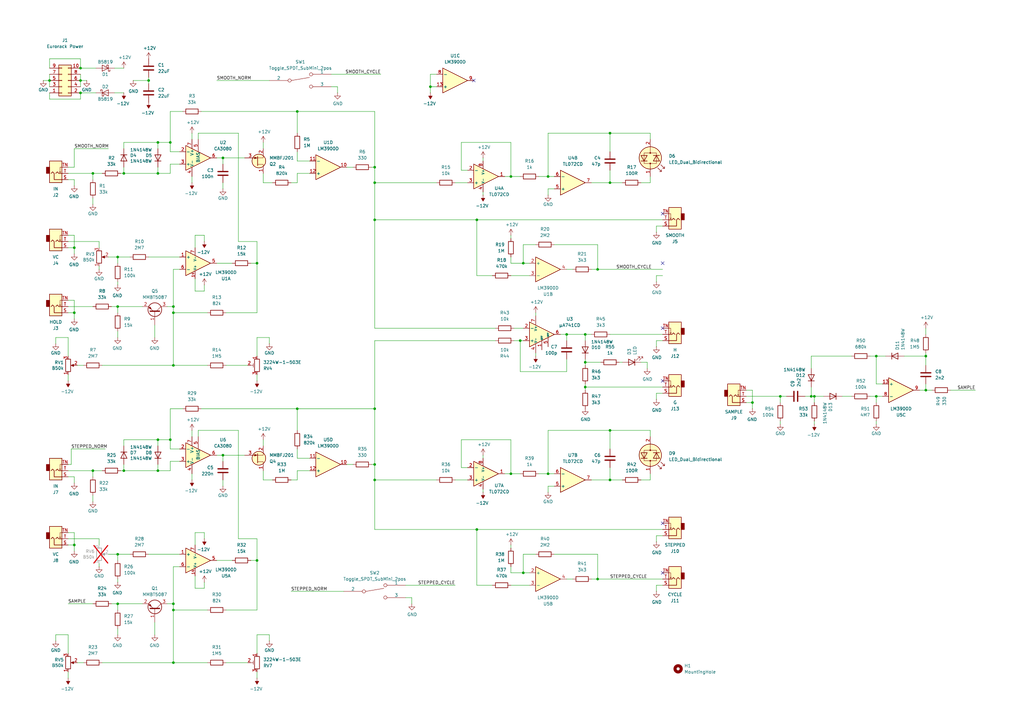
<source format=kicad_sch>
(kicad_sch (version 20231120) (generator "eeschema") (generator_version "8.0")
  (paper "A3")
  (junction (at 153.67 74.93))
  (junction (at 30.48 223.52))
  (junction (at 60.96 33.02))
  (junction (at 250.19 176.53))
  (junction (at 240.03 158.75))
  (junction (at 214.63 107.95))
  (junction (at 71.12 247.65))
  (junction (at 71.12 125.73))
  (junction (at 176.53 35.56))
  (junction (at 50.8 71.12))
  (junction (at 332.74 162.56))
  (junction (at 250.19 54.61))
  (junction (at 153.67 196.85))
  (junction (at 30.48 128.27))
  (junction (at 105.41 107.95))
  (junction (at 71.12 250.19))
  (junction (at 91.44 64.77))
  (junction (at 48.26 105.41))
  (junction (at 240.03 137.16))
  (junction (at 69.85 180.34))
  (junction (at 64.77 180.34))
  (junction (at 320.04 162.56))
  (junction (at 209.55 194.31))
  (junction (at 91.44 186.69))
  (junction (at 240.03 148.59))
  (junction (at 359.41 162.56))
  (junction (at 245.11 110.49))
  (junction (at 20.32 33.02))
  (junction (at 153.67 90.17))
  (junction (at 105.41 229.87))
  (junction (at 69.85 58.42))
  (junction (at 33.02 27.94))
  (junction (at 245.11 237.49))
  (junction (at 232.41 137.16))
  (junction (at 379.73 160.02))
  (junction (at 334.01 162.56))
  (junction (at 153.67 68.58))
  (junction (at 153.67 167.64))
  (junction (at 195.58 217.17))
  (junction (at 64.77 58.42))
  (junction (at 38.1 71.12))
  (junction (at 153.67 190.5))
  (junction (at 379.73 146.05))
  (junction (at 48.26 247.65))
  (junction (at 250.19 196.85))
  (junction (at 121.92 45.72))
  (junction (at 71.12 271.78))
  (junction (at 308.61 165.1))
  (junction (at 214.63 234.95))
  (junction (at 224.79 194.31))
  (junction (at 33.02 33.02))
  (junction (at 121.92 167.64))
  (junction (at 359.41 146.05))
  (junction (at 50.8 193.04))
  (junction (at 38.1 193.04))
  (junction (at 209.55 72.39))
  (junction (at 250.19 74.93))
  (junction (at 71.12 149.86))
  (junction (at 33.02 38.1))
  (junction (at 64.77 193.04))
  (junction (at 224.79 72.39))
  (junction (at 30.48 101.6))
  (junction (at 195.58 90.17))
  (junction (at 64.77 71.12))
  (junction (at 48.26 125.73))
  (junction (at 213.36 139.7))
  (junction (at 71.12 128.27))
  (junction (at 48.26 227.33))
  (no_connect (at 271.78 107.95))
  (no_connect (at 194.31 33.02))
  (no_connect (at 271.78 214.63))
  (no_connect (at 271.78 234.95))
  (no_connect (at 271.78 156.21))
  (no_connect (at 271.78 134.62))
  (no_connect (at 271.78 87.63))
  (wire (pts (xy 345.44 162.56) (xy 349.25 162.56)))
  (wire (pts (xy 45.72 125.73) (xy 48.26 125.73)))
  (wire (pts (xy 64.77 71.12) (xy 50.8 71.12)))
  (wire (pts (xy 224.79 199.39) (xy 227.33 199.39)))
  (wire (pts (xy 73.66 189.23) (xy 69.85 189.23)))
  (wire (pts (xy 379.73 144.78) (xy 379.73 146.05)))
  (wire (pts (xy 83.82 218.44) (xy 80.01 218.44)))
  (wire (pts (xy 220.98 72.39) (xy 224.79 72.39)))
  (wire (pts (xy 40.64 109.22) (xy 40.64 110.49)))
  (wire (pts (xy 78.74 176.53) (xy 78.74 179.07)))
  (wire (pts (xy 254 148.59) (xy 255.27 148.59)))
  (wire (pts (xy 203.2 139.7) (xy 153.67 139.7)))
  (wire (pts (xy 262.89 196.85) (xy 266.7 196.85)))
  (wire (pts (xy 209.55 58.42) (xy 209.55 72.39)))
  (wire (pts (xy 73.66 184.15) (xy 69.85 184.15)))
  (wire (pts (xy 189.23 58.42) (xy 209.55 58.42)))
  (wire (pts (xy 80.01 236.22) (xy 80.01 241.3)))
  (wire (pts (xy 121.92 187.96) (xy 121.92 184.15)))
  (wire (pts (xy 80.01 114.3) (xy 80.01 119.38)))
  (wire (pts (xy 306.07 165.1) (xy 308.61 165.1)))
  (wire (pts (xy 220.98 194.31) (xy 224.79 194.31)))
  (wire (pts (xy 266.7 176.53) (xy 250.19 176.53)))
  (wire (pts (xy 334.01 162.56) (xy 337.82 162.56)))
  (wire (pts (xy 198.12 200.66) (xy 198.12 201.93)))
  (wire (pts (xy 186.69 196.85) (xy 191.77 196.85)))
  (wire (pts (xy 48.26 227.33) (xy 53.34 227.33)))
  (wire (pts (xy 105.41 153.67) (xy 105.41 156.21)))
  (wire (pts (xy 27.94 73.66) (xy 30.48 73.66)))
  (wire (pts (xy 33.02 33.02) (xy 33.02 35.56)))
  (wire (pts (xy 195.58 217.17) (xy 271.78 217.17)))
  (wire (pts (xy 83.82 116.84) (xy 83.82 119.38)))
  (wire (pts (xy 40.64 220.98) (xy 40.64 223.52)))
  (wire (pts (xy 269.24 222.25) (xy 269.24 219.71)))
  (wire (pts (xy 232.41 110.49) (xy 234.95 110.49)))
  (wire (pts (xy 219.71 146.05) (xy 219.71 144.78)))
  (wire (pts (xy 240.03 137.16) (xy 242.57 137.16)))
  (wire (pts (xy 127 193.04) (xy 121.92 193.04)))
  (wire (pts (xy 195.58 90.17) (xy 271.78 90.17)))
  (wire (pts (xy 50.8 190.5) (xy 50.8 193.04)))
  (wire (pts (xy 209.55 105.41) (xy 209.55 107.95)))
  (wire (pts (xy 78.74 194.31) (xy 78.74 196.85)))
  (wire (pts (xy 60.96 33.02) (xy 60.96 34.29)))
  (wire (pts (xy 179.07 74.93) (xy 153.67 74.93)))
  (wire (pts (xy 50.8 58.42) (xy 50.8 60.96)))
  (wire (pts (xy 121.92 45.72) (xy 82.55 45.72)))
  (wire (pts (xy 105.41 128.27) (xy 92.71 128.27)))
  (wire (pts (xy 73.66 62.23) (xy 69.85 62.23)))
  (wire (pts (xy 48.26 115.57) (xy 48.26 116.84)))
  (wire (pts (xy 20.32 33.02) (xy 20.32 35.56)))
  (wire (pts (xy 71.12 149.86) (xy 85.09 149.86)))
  (wire (pts (xy 153.67 90.17) (xy 153.67 74.93)))
  (wire (pts (xy 240.03 137.16) (xy 240.03 139.7)))
  (wire (pts (xy 48.26 247.65) (xy 58.42 247.65)))
  (wire (pts (xy 48.26 237.49) (xy 48.26 238.76)))
  (wire (pts (xy 27.94 223.52) (xy 30.48 223.52)))
  (wire (pts (xy 60.96 33.02) (xy 60.96 31.75)))
  (wire (pts (xy 308.61 165.1) (xy 308.61 160.02)))
  (wire (pts (xy 50.8 27.94) (xy 46.99 27.94)))
  (wire (pts (xy 224.79 194.31) (xy 227.33 194.31)))
  (wire (pts (xy 152.4 68.58) (xy 153.67 68.58)))
  (wire (pts (xy 107.95 180.34) (xy 107.95 182.88)))
  (wire (pts (xy 110.49 260.35) (xy 105.41 260.35)))
  (wire (pts (xy 105.41 275.59) (xy 105.41 278.13)))
  (wire (pts (xy 83.82 99.06) (xy 83.82 96.52)))
  (wire (pts (xy 41.91 149.86) (xy 71.12 149.86)))
  (wire (pts (xy 35.56 33.02) (xy 33.02 33.02)))
  (wire (pts (xy 91.44 186.69) (xy 91.44 189.23)))
  (wire (pts (xy 81.28 57.15) (xy 81.28 54.61)))
  (wire (pts (xy 265.43 148.59) (xy 262.89 148.59)))
  (wire (pts (xy 153.67 74.93) (xy 153.67 68.58)))
  (wire (pts (xy 49.53 71.12) (xy 50.8 71.12)))
  (wire (pts (xy 269.24 142.24) (xy 269.24 139.7)))
  (wire (pts (xy 332.74 162.56) (xy 334.01 162.56)))
  (wire (pts (xy 232.41 139.7) (xy 232.41 137.16)))
  (wire (pts (xy 41.91 271.78) (xy 71.12 271.78)))
  (wire (pts (xy 22.86 138.43) (xy 22.86 140.97)))
  (wire (pts (xy 217.17 234.95) (xy 214.63 234.95)))
  (wire (pts (xy 214.63 100.33) (xy 219.71 100.33)))
  (wire (pts (xy 38.1 193.04) (xy 41.91 193.04)))
  (wire (pts (xy 153.67 190.5) (xy 153.67 167.64)))
  (wire (pts (xy 30.48 96.52) (xy 27.94 96.52)))
  (wire (pts (xy 38.1 71.12) (xy 41.91 71.12)))
  (wire (pts (xy 250.19 176.53) (xy 250.19 184.15)))
  (wire (pts (xy 232.41 152.4) (xy 213.36 152.4)))
  (wire (pts (xy 213.36 152.4) (xy 213.36 139.7)))
  (wire (pts (xy 45.72 247.65) (xy 48.26 247.65)))
  (wire (pts (xy 88.9 229.87) (xy 95.25 229.87)))
  (wire (pts (xy 71.12 149.86) (xy 71.12 128.27)))
  (wire (pts (xy 152.4 190.5) (xy 153.67 190.5)))
  (wire (pts (xy 271.78 219.71) (xy 269.24 219.71)))
  (wire (pts (xy 69.85 67.31) (xy 69.85 71.12)))
  (wire (pts (xy 224.79 176.53) (xy 224.79 194.31)))
  (wire (pts (xy 54.61 33.02) (xy 60.96 33.02)))
  (wire (pts (xy 250.19 74.93) (xy 250.19 69.85)))
  (wire (pts (xy 209.55 232.41) (xy 209.55 234.95)))
  (wire (pts (xy 242.57 110.49) (xy 245.11 110.49)))
  (wire (pts (xy 168.91 247.65) (xy 168.91 245.11)))
  (wire (pts (xy 105.41 260.35) (xy 105.41 267.97)))
  (wire (pts (xy 209.55 234.95) (xy 214.63 234.95)))
  (wire (pts (xy 142.24 190.5) (xy 144.78 190.5)))
  (wire (pts (xy 232.41 137.16) (xy 240.03 137.16)))
  (wire (pts (xy 27.94 267.97) (xy 27.94 260.35)))
  (wire (pts (xy 224.79 54.61) (xy 224.79 72.39)))
  (wire (pts (xy 266.7 54.61) (xy 250.19 54.61)))
  (wire (pts (xy 27.94 99.06) (xy 40.64 99.06)))
  (wire (pts (xy 71.12 232.41) (xy 73.66 232.41)))
  (wire (pts (xy 209.55 180.34) (xy 209.55 194.31)))
  (wire (pts (xy 20.32 30.48) (xy 20.32 33.02)))
  (wire (pts (xy 31.75 149.86) (xy 34.29 149.86)))
  (wire (pts (xy 83.82 238.76) (xy 83.82 241.3)))
  (wire (pts (xy 110.49 262.89) (xy 110.49 260.35)))
  (wire (pts (xy 224.79 77.47) (xy 227.33 77.47)))
  (wire (pts (xy 379.73 160.02) (xy 382.27 160.02)))
  (wire (pts (xy 189.23 191.77) (xy 189.23 180.34)))
  (wire (pts (xy 332.74 158.75) (xy 332.74 162.56)))
  (wire (pts (xy 250.19 137.16) (xy 271.78 137.16)))
  (wire (pts (xy 29.21 184.15) (xy 43.18 184.15)))
  (wire (pts (xy 250.19 54.61) (xy 250.19 62.23)))
  (wire (pts (xy 69.85 45.72) (xy 69.85 58.42)))
  (wire (pts (xy 245.11 100.33) (xy 245.11 110.49)))
  (wire (pts (xy 27.94 146.05) (xy 27.94 138.43)))
  (wire (pts (xy 121.92 196.85) (xy 119.38 196.85)))
  (wire (pts (xy 64.77 68.58) (xy 64.77 71.12)))
  (wire (pts (xy 245.11 110.49) (xy 271.78 110.49)))
  (wire (pts (xy 359.41 172.72) (xy 359.41 173.99)))
  (wire (pts (xy 250.19 196.85) (xy 255.27 196.85)))
  (wire (pts (xy 69.85 184.15) (xy 69.85 180.34)))
  (wire (pts (xy 48.26 227.33) (xy 48.26 229.87)))
  (wire (pts (xy 356.87 162.56) (xy 359.41 162.56)))
  (wire (pts (xy 30.48 76.2) (xy 30.48 73.66)))
  (wire (pts (xy 64.77 180.34) (xy 50.8 180.34)))
  (wire (pts (xy 46.99 38.1) (xy 50.8 38.1)))
  (wire (pts (xy 91.44 74.93) (xy 91.44 77.47)))
  (wire (pts (xy 209.55 194.31) (xy 213.36 194.31)))
  (wire (pts (xy 370.84 146.05) (xy 379.73 146.05)))
  (wire (pts (xy 198.12 64.77) (xy 198.12 66.04)))
  (wire (pts (xy 74.93 167.64) (xy 69.85 167.64)))
  (wire (pts (xy 245.11 227.33) (xy 245.11 237.49)))
  (wire (pts (xy 33.02 27.94) (xy 39.37 27.94)))
  (wire (pts (xy 64.77 193.04) (xy 50.8 193.04)))
  (wire (pts (xy 63.5 133.35) (xy 63.5 138.43)))
  (wire (pts (xy 69.85 180.34) (xy 64.77 180.34)))
  (wire (pts (xy 33.02 30.48) (xy 33.02 33.02)))
  (wire (pts (xy 30.48 104.14) (xy 30.48 101.6)))
  (wire (pts (xy 121.92 54.61) (xy 121.92 45.72)))
  (wire (pts (xy 38.1 193.04) (xy 38.1 195.58)))
  (wire (pts (xy 250.19 176.53) (xy 224.79 176.53)))
  (wire (pts (xy 266.7 196.85) (xy 266.7 194.31)))
  (wire (pts (xy 207.01 194.31) (xy 209.55 194.31)))
  (wire (pts (xy 64.77 58.42) (xy 64.77 60.96)))
  (wire (pts (xy 105.41 229.87) (xy 105.41 250.19)))
  (wire (pts (xy 201.93 240.03) (xy 195.58 240.03)))
  (wire (pts (xy 269.24 163.83) (xy 269.24 161.29)))
  (wire (pts (xy 88.9 33.02) (xy 110.49 33.02)))
  (wire (pts (xy 330.2 162.56) (xy 332.74 162.56)))
  (wire (pts (xy 195.58 113.03) (xy 195.58 90.17)))
  (wire (pts (xy 83.82 220.98) (xy 83.82 218.44)))
  (wire (pts (xy 30.48 218.44) (xy 27.94 218.44)))
  (wire (pts (xy 262.89 74.93) (xy 266.7 74.93)))
  (wire (pts (xy 166.37 240.03) (xy 186.69 240.03)))
  (wire (pts (xy 88.9 186.69) (xy 91.44 186.69)))
  (wire (pts (xy 44.45 227.33) (xy 48.26 227.33)))
  (wire (pts (xy 69.85 58.42) (xy 64.77 58.42)))
  (wire (pts (xy 242.57 237.49) (xy 245.11 237.49)))
  (wire (pts (xy 349.25 146.05) (xy 332.74 146.05)))
  (wire (pts (xy 91.44 186.69) (xy 100.33 186.69)))
  (wire (pts (xy 30.48 68.58) (xy 30.48 60.96)))
  (wire (pts (xy 81.28 179.07) (xy 81.28 176.53)))
  (wire (pts (xy 27.94 71.12) (xy 38.1 71.12)))
  (wire (pts (xy 105.41 250.19) (xy 92.71 250.19)))
  (wire (pts (xy 127 66.04) (xy 121.92 66.04)))
  (wire (pts (xy 356.87 146.05) (xy 359.41 146.05)))
  (wire (pts (xy 102.87 229.87) (xy 105.41 229.87)))
  (wire (pts (xy 27.94 128.27) (xy 30.48 128.27)))
  (wire (pts (xy 48.26 125.73) (xy 58.42 125.73)))
  (wire (pts (xy 69.85 71.12) (xy 64.77 71.12)))
  (wire (pts (xy 201.93 113.03) (xy 195.58 113.03)))
  (wire (pts (xy 97.79 54.61) (xy 97.79 99.06)))
  (wire (pts (xy 33.02 38.1) (xy 39.37 38.1)))
  (wire (pts (xy 227.33 227.33) (xy 245.11 227.33)))
  (wire (pts (xy 111.76 196.85) (xy 107.95 196.85)))
  (wire (pts (xy 153.67 134.62) (xy 153.67 90.17)))
  (wire (pts (xy 30.48 198.12) (xy 30.48 195.58)))
  (wire (pts (xy 68.58 125.73) (xy 71.12 125.73)))
  (wire (pts (xy 30.48 226.06) (xy 30.48 223.52)))
  (wire (pts (xy 71.12 271.78) (xy 71.12 250.19)))
  (wire (pts (xy 271.78 158.75) (xy 240.03 158.75)))
  (wire (pts (xy 198.12 78.74) (xy 198.12 80.01)))
  (wire (pts (xy 71.12 110.49) (xy 73.66 110.49)))
  (wire (pts (xy 27.94 247.65) (xy 38.1 247.65)))
  (wire (pts (xy 74.93 45.72) (xy 69.85 45.72)))
  (wire (pts (xy 111.76 74.93) (xy 107.95 74.93)))
  (wire (pts (xy 334.01 172.72) (xy 334.01 173.99)))
  (wire (pts (xy 38.1 81.28) (xy 38.1 83.82)))
  (wire (pts (xy 271.78 161.29) (xy 269.24 161.29)))
  (wire (pts (xy 217.17 107.95) (xy 214.63 107.95)))
  (wire (pts (xy 27.94 68.58) (xy 30.48 68.58)))
  (wire (pts (xy 107.95 58.42) (xy 107.95 60.96)))
  (wire (pts (xy 80.01 96.52) (xy 80.01 101.6)))
  (wire (pts (xy 27.94 220.98) (xy 40.64 220.98)))
  (wire (pts (xy 153.67 217.17) (xy 195.58 217.17)))
  (wire (pts (xy 83.82 119.38) (xy 80.01 119.38)))
  (wire (pts (xy 214.63 234.95) (xy 214.63 227.33)))
  (wire (pts (xy 69.85 193.04) (xy 64.77 193.04)))
  (wire (pts (xy 250.19 74.93) (xy 255.27 74.93)))
  (wire (pts (xy 88.9 64.77) (xy 91.44 64.77)))
  (wire (pts (xy 107.95 74.93) (xy 107.95 71.12)))
  (wire (pts (xy 271.78 92.71) (xy 269.24 92.71)))
  (wire (pts (xy 176.53 30.48) (xy 179.07 30.48)))
  (wire (pts (xy 121.92 74.93) (xy 119.38 74.93)))
  (wire (pts (xy 48.26 247.65) (xy 48.26 250.19)))
  (wire (pts (xy 121.92 71.12) (xy 121.92 74.93)))
  (wire (pts (xy 27.94 260.35) (xy 22.86 260.35)))
  (wire (pts (xy 271.78 139.7) (xy 269.24 139.7)))
  (wire (pts (xy 242.57 74.93) (xy 250.19 74.93)))
  (wire (pts (xy 195.58 240.03) (xy 195.58 217.17)))
  (wire (pts (xy 60.96 105.41) (xy 73.66 105.41)))
  (wire (pts (xy 209.55 72.39) (xy 213.36 72.39)))
  (wire (pts (xy 83.82 241.3) (xy 80.01 241.3)))
  (wire (pts (xy 22.86 260.35) (xy 22.86 262.89)))
  (wire (pts (xy 359.41 165.1) (xy 359.41 162.56)))
  (wire (pts (xy 250.19 54.61) (xy 224.79 54.61)))
  (wire (pts (xy 27.94 125.73) (xy 38.1 125.73)))
  (wire (pts (xy 30.48 101.6) (xy 30.48 96.52)))
  (wire (pts (xy 83.82 96.52) (xy 80.01 96.52)))
  (wire (pts (xy 176.53 38.1) (xy 176.53 35.56)))
  (wire (pts (xy 71.12 128.27) (xy 85.09 128.27)))
  (wire (pts (xy 91.44 64.77) (xy 91.44 67.31)))
  (wire (pts (xy 179.07 196.85) (xy 153.67 196.85)))
  (wire (pts (xy 81.28 176.53) (xy 97.79 176.53)))
  (wire (pts (xy 64.77 58.42) (xy 50.8 58.42)))
  (wire (pts (xy 71.12 250.19) (xy 85.09 250.19)))
  (wire (pts (xy 203.2 134.62) (xy 153.67 134.62)))
  (wire (pts (xy 308.61 160.02) (xy 306.07 160.02)))
  (wire (pts (xy 48.26 135.89) (xy 48.26 138.43)))
  (wire (pts (xy 97.79 99.06) (xy 105.41 99.06)))
  (wire (pts (xy 153.67 217.17) (xy 153.67 196.85)))
  (wire (pts (xy 271.78 240.03) (xy 269.24 240.03)))
  (wire (pts (xy 227.33 100.33) (xy 245.11 100.33)))
  (wire (pts (xy 29.21 190.5) (xy 29.21 184.15)))
  (wire (pts (xy 48.26 125.73) (xy 48.26 128.27)))
  (wire (pts (xy 389.89 160.02) (xy 400.05 160.02)))
  (wire (pts (xy 30.48 128.27) (xy 30.48 123.19)))
  (wire (pts (xy 40.64 99.06) (xy 40.64 101.6)))
  (wire (pts (xy 153.67 196.85) (xy 153.67 190.5)))
  (wire (pts (xy 127 71.12) (xy 121.92 71.12)))
  (wire (pts (xy 48.26 105.41) (xy 48.26 107.95)))
  (wire (pts (xy 240.03 158.75) (xy 240.03 160.02)))
  (wire (pts (xy 240.03 158.75) (xy 240.03 157.48)))
  (wire (pts (xy 27.94 193.04) (xy 38.1 193.04)))
  (wire (pts (xy 214.63 227.33) (xy 219.71 227.33)))
  (wire (pts (xy 359.41 157.48) (xy 361.95 157.48)))
  (wire (pts (xy 48.26 257.81) (xy 48.26 260.35)))
  (wire (pts (xy 153.67 90.17) (xy 195.58 90.17)))
  (wire (pts (xy 44.45 105.41) (xy 48.26 105.41)))
  (wire (pts (xy 81.28 54.61) (xy 97.79 54.61)))
  (wire (pts (xy 33.02 40.64) (xy 33.02 38.1)))
  (wire (pts (xy 78.74 72.39) (xy 78.74 74.93)))
  (wire (pts (xy 153.67 68.58) (xy 153.67 45.72)))
  (wire (pts (xy 71.12 271.78) (xy 85.09 271.78)))
  (wire (pts (xy 379.73 157.48) (xy 379.73 160.02)))
  (wire (pts (xy 71.12 250.19) (xy 71.12 247.65)))
  (wire (pts (xy 269.24 242.57) (xy 269.24 240.03)))
  (wire (pts (xy 213.36 139.7) (xy 214.63 139.7)))
  (wire (pts (xy 176.53 35.56) (xy 179.07 35.56)))
  (wire (pts (xy 20.32 24.13) (xy 33.02 24.13)))
  (wire (pts (xy 30.48 130.81) (xy 30.48 128.27)))
  (wire (pts (xy 30.48 60.96) (xy 44.45 60.96)))
  (wire (pts (xy 142.24 68.58) (xy 144.78 68.58)))
  (wire (pts (xy 210.82 139.7) (xy 213.36 139.7)))
  (wire (pts (xy 110.49 138.43) (xy 105.41 138.43)))
  (wire (pts (xy 121.92 66.04) (xy 121.92 62.23)))
  (wire (pts (xy 27.94 190.5) (xy 29.21 190.5)))
  (wire (pts (xy 107.95 196.85) (xy 107.95 193.04)))
  (wire (pts (xy 110.49 140.97) (xy 110.49 138.43)))
  (wire (pts (xy 379.73 160.02) (xy 377.19 160.02)))
  (wire (pts (xy 64.77 190.5) (xy 64.77 193.04)))
  (wire (pts (xy 209.55 113.03) (xy 217.17 113.03)))
  (wire (pts (xy 97.79 176.53) (xy 97.79 220.98)))
  (wire (pts (xy 71.12 125.73) (xy 71.12 110.49)))
  (wire (pts (xy 265.43 151.13) (xy 265.43 148.59)))
  (wire (pts (xy 191.77 191.77) (xy 189.23 191.77)))
  (wire (pts (xy 69.85 62.23) (xy 69.85 58.42)))
  (wire (pts (xy 38.1 71.12) (xy 38.1 73.66)))
  (wire (pts (xy 78.74 54.61) (xy 78.74 57.15)))
  (wire (pts (xy 334.01 162.56) (xy 334.01 165.1)))
  (wire (pts (xy 240.03 148.59) (xy 246.38 148.59)))
  (wire (pts (xy 105.41 220.98) (xy 105.41 229.87)))
  (wire (pts (xy 269.24 95.25) (xy 269.24 92.71)))
  (wire (pts (xy 153.67 139.7) (xy 153.67 167.64)))
  (wire (pts (xy 49.53 193.04) (xy 50.8 193.04)))
  (wire (pts (xy 210.82 134.62) (xy 214.63 134.62)))
  (wire (pts (xy 20.32 38.1) (xy 20.32 40.64)))
  (wire (pts (xy 92.71 271.78) (xy 101.6 271.78)))
  (wire (pts (xy 91.44 64.77) (xy 100.33 64.77)))
  (wire (pts (xy 33.02 24.13) (xy 33.02 27.94)))
  (wire (pts (xy 214.63 107.95) (xy 214.63 100.33)))
  (wire (pts (xy 224.79 201.93) (xy 224.79 199.39)))
  (wire (pts (xy 119.38 242.57) (xy 140.97 242.57)))
  (wire (pts (xy 209.55 240.03) (xy 217.17 240.03)))
  (wire (pts (xy 245.11 237.49) (xy 271.78 237.49)))
  (wire (pts (xy 363.22 146.05) (xy 359.41 146.05)))
  (wire (pts (xy 320.04 162.56) (xy 322.58 162.56)))
  (wire (pts (xy 379.73 134.62) (xy 379.73 137.16)))
  (wire (pts (xy 27.94 275.59) (xy 27.94 278.13)))
  (wire (pts (xy 71.12 247.65) (xy 71.12 232.41)))
  (wire (pts (xy 50.8 180.34) (xy 50.8 182.88)))
  (wire (pts (xy 63.5 255.27) (xy 63.5 260.35)))
  (wire (pts (xy 359.41 162.56) (xy 361.95 162.56)))
  (wire (pts (xy 153.67 45.72) (xy 121.92 45.72)))
  (wire (pts (xy 80.01 218.44) (xy 80.01 223.52)))
  (wire (pts (xy 189.23 180.34) (xy 209.55 180.34)))
  (wire (pts (xy 219.71 128.27) (xy 219.71 129.54)))
  (wire (pts (xy 69.85 189.23) (xy 69.85 193.04)))
  (wire (pts (xy 135.89 30.48) (xy 156.21 30.48)))
  (wire (pts (xy 38.1 203.2) (xy 38.1 205.74)))
  (wire (pts (xy 30.48 223.52) (xy 30.48 218.44)))
  (wire (pts (xy 224.79 72.39) (xy 227.33 72.39)))
  (wire (pts (xy 105.41 107.95) (xy 105.41 128.27)))
  (wire (pts (xy 359.41 146.05) (xy 359.41 157.48)))
  (wire (pts (xy 240.03 147.32) (xy 240.03 148.59)))
  (wire (pts (xy 269.24 115.57) (xy 269.24 113.03)))
  (wire (pts (xy 191.77 69.85) (xy 189.23 69.85)))
  (wire (pts (xy 30.48 123.19) (xy 27.94 123.19)))
  (wire (pts (xy 64.77 180.34) (xy 64.77 182.88)))
  (wire (pts (xy 50.8 68.58) (xy 50.8 71.12)))
  (wire (pts (xy 308.61 167.64) (xy 308.61 165.1)))
  (wire (pts (xy 266.7 179.07) (xy 266.7 176.53)))
  (wire (pts (xy 320.04 165.1) (xy 320.04 162.56)))
  (wire (pts (xy 266.7 57.15) (xy 266.7 54.61)))
  (wire (pts (xy 266.7 74.93) (xy 266.7 72.39)))
  (wire (pts (xy 176.53 35.56) (xy 176.53 30.48)))
  (wire (pts (xy 153.67 167.64) (xy 121.92 167.64)))
  (wire (pts (xy 198.12 186.69) (xy 198.12 187.96)))
  (wire (pts (xy 31.75 271.78) (xy 34.29 271.78)))
  (wire (pts (xy 68.58 247.65) (xy 71.12 247.65)))
  (wire (pts (xy 121.92 167.64) (xy 82.55 167.64)))
  (wire (pts (xy 102.87 107.95) (xy 105.41 107.95)))
  (wire (pts (xy 69.85 167.64) (xy 69.85 180.34)))
  (wire (pts (xy 224.79 80.01) (xy 224.79 77.47)))
  (wire (pts (xy 250.19 196.85) (xy 250.19 191.77)))
  (wire (pts (xy 127 187.96) (xy 121.92 187.96)))
  (wire (pts (xy 20.32 40.64) (xy 33.02 40.64)))
  (wire (pts (xy 91.44 196.85) (xy 91.44 199.39)))
  (wire (pts (xy 73.66 67.31) (xy 69.85 67.31)))
  (wire (pts (xy 232.41 137.16) (xy 229.87 137.16)))
  (wire (pts (xy 320.04 172.72) (xy 320.04 173.99)))
  (wire (pts (xy 92.71 149.86) (xy 101.6 149.86)))
  (wire (pts (xy 40.64 231.14) (xy 40.64 232.41)))
  (wire (pts (xy 105.41 99.06) (xy 105.41 107.95)))
  (wire (pts (xy 232.41 147.32) (xy 232.41 152.4)))
  (wire (pts (xy 207.01 72.39) (xy 209.55 72.39)))
  (wire (pts (xy 379.73 146.05) (xy 379.73 149.86)))
  (wire (pts (xy 138.43 35.56) (xy 135.89 35.56)))
  (wire (pts (xy 27.94 195.58) (xy 30.48 195.58)))
  (wire (pts (xy 88.9 107.95) (xy 95.25 107.95)))
  (wire (pts (xy 27.94 138.43) (xy 22.86 138.43)))
  (wire (pts (xy 60.96 227.33) (xy 73.66 227.33)))
  (wire (pts (xy 121.92 176.53) (xy 121.92 167.64)))
  (wire (pts (xy 27.94 101.6) (xy 30.48 101.6)))
  (wire (pts (xy 27.94 153.67) (xy 27.94 156.21)))
  (wire (pts (xy 138.43 38.1) (xy 138.43 35.56)))
  (wire (pts (xy 332.74 146.05) (xy 332.74 151.13)))
  (wire (pts (xy 105.41 138.43) (xy 105.41 146.05)))
  (wire (pts (xy 186.69 74.93) (xy 191.77 74.93)))
  (wire (pts (xy 71.12 128.27) (xy 71.12 125.73)))
  (wire (pts (xy 121.92 193.04) (xy 121.92 196.85)))
  (wire (pts (xy 209.55 223.52) (xy 209.55 224.79)))
  (wire (pts (xy 209.55 107.95) (xy 214.63 107.95)))
  (wire (pts (xy 168.91 245.11) (xy 166.37 245.11)))
  (wire (pts (xy 20.32 27.94) (xy 20.32 24.13)))
  (wire (pts (xy 209.55 96.52) (xy 209.55 97.79)))
  (wire (pts (xy 189.23 69.85) (xy 189.23 58.42)))
  (wire (pts (xy 232.41 237.49) (xy 234.95 237.49)))
  (wire (pts (xy 48.26 105.41) (xy 53.34 105.41)))
  (wire (pts (xy 240.03 148.59) (xy 240.03 149.86)))
  (wire (pts (xy 306.07 162.56) (xy 320.04 162.56)))
  (wire (pts (xy 17.78 33.02) (xy 20.32 33.02)))
  (wire (pts (xy 271.78 113.03) (xy 269.24 113.03)))
  (wire (pts (xy 242.57 196.85) (xy 250.19 196.85)))
  (wire (pts (xy 97.79 220.98) (xy 105.41 220.98)))
  (label "STEPPED_NORM" (at 29.21 184.15 0))
  (label "SMOOTH_NORM" (at 30.48 60.96 0))
  (label "SMOOTH_CYCLE" (at 252.73 110.49 0))
  (label "STEPPED_NORM" (at 119.38 242.57 0))
  (label "SAMPLE" (at 400.05 160.02 180))
  (label "SMOOTH_CYCLE" (at 156.21 30.48 180))
  (label "SMOOTH_NORM" (at 88.9 33.02 0))
  (label "SAMPLE" (at 27.94 247.65 0))
  (label "STEPPED_CYCLE" (at 186.69 240.03 180))
  (label "STEPPED_CYCLE" (at 265.43 237.49 180))
  (symbol (lib_id "Device:R") (at 182.88 196.85 90) (unit 1)
    (property "Reference" "R36" (at 182.88 190.5 90))
    (property "Value" "10k" (at 182.88 193.04 90))
    (property "Footprint" "Resistor_SMD:R_0603_1608Metric" (effects (hide yes)))
    (property "Description" "Resistor" (effects (hide yes)))
  )
  (symbol (lib_id "Device:C") (at 232.41 143.51 0) (mirror y) (unit 1)
    (property "Reference" "C7" (at 228.6 142.2399 0) (effects (justify left)))
    (property "Value" "100p" (at 228.6 144.7799 0) (effects (justify left)))
    (property "Footprint" "Capacitor_SMD:C_0603_1608Metric" (effects (hide yes)))
    (property "Description" "Unpolarized capacitor" (effects (hide yes)))
  )
  (symbol (lib_id "power:+12V") (at 198.12 64.77 0) (unit 1)
    (property "Reference" "#PWR027" (effects (hide yes)))
    (property "Value" "+12V" (at 198.501 60.3758 0))
  )
  (symbol (lib_id "Amplifier_Operational:CA3080") (at 81.28 64.77 0) (unit 1)
    (property "Reference" "U2" (at 91.44 58.4514 0))
    (property "Value" "CA3080" (at 91.44 60.9914 0))
    (property "Footprint" "PCM_Package_DIP_AKL:DIP-8_W7.62mm_LongPads" (effects (hide yes)))
    (property "Datasheet" "http://www.intersil.com/content/dam/Intersil/documents/ca30/ca3080-a.pdf" (effects (hide yes)))
    (property "Description" "2MHz, Operational Transconductance Amplifier (OTA), gM spread 2:1, DIP-8/SOIC-8" (effects (hide yes)))
  )
  (symbol (lib_id "power:-12V") (at 83.82 220.98 180) (unit 1)
    (property "Reference" "#PWR044" (effects (hide yes)))
    (property "Value" "-12V" (at 83.439 225.3742 0))
  )
  (symbol (lib_id "Device:R") (at 38.1 149.86 90) (unit 1)
    (property "Reference" "R7" (at 38.1 143.51 90))
    (property "Value" "2M7" (at 38.1 146.05 90))
    (property "Footprint" "Resistor_SMD:R_0603_1608Metric" (effects (hide yes)))
    (property "Description" "Resistor" (effects (hide yes)))
  )
  (symbol (lib_id "Device:R") (at 88.9 271.78 90) (unit 1)
    (property "Reference" "R31" (at 88.9 265.43 90))
    (property "Value" "1M5" (at 88.9 267.97 90))
    (property "Footprint" "Resistor_SMD:R_0603_1608Metric" (effects (hide yes)))
    (property "Description" "Resistor" (effects (hide yes)))
  )
  (symbol (lib_id "power:GND") (at 240.03 167.64 0) (unit 1)
    (property "Reference" "#PWR061" (effects (hide yes)))
    (property "Value" "GND" (at 240.157 172.0342 0))
  )
  (symbol (lib_id "Device:R") (at 353.06 162.56 90) (unit 1)
    (property "Reference" "R52" (at 353.06 156.21 90))
    (property "Value" "100k" (at 353.06 158.75 90))
    (property "Footprint" "Resistor_SMD:R_0603_1608Metric" (effects (hide yes)))
    (property "Description" "Resistor" (effects (hide yes)))
  )
  (symbol (lib_id "power:GND") (at 30.48 226.06 0) (mirror y) (unit 1)
    (property "Reference" "#PWR035" (effects (hide yes)))
    (property "Value" "GND" (at 30.353 230.4542 0))
  )
  (symbol (lib_id "Connector_Audio:AudioJack2_SwitchT") (at 22.86 220.98 0) (mirror x) (unit 1)
    (property "Reference" "J8" (at 22.86 229.87 0))
    (property "Value" "VC" (at 22.86 227.33 0))
    (property "Footprint" "Library:Jack_3.5mm_QingPu_WQP-PJ398SM_Vertical_CircularHoles_3D" (effects (hide yes)))
  )
  (symbol (lib_id "Device:R") (at 45.72 193.04 90) (unit 1)
    (property "Reference" "R25" (at 45.72 186.69 90))
    (property "Value" "33k" (at 45.72 189.23 90))
    (property "Footprint" "Resistor_SMD:R_0603_1608Metric" (effects (hide yes)))
    (property "Description" "Resistor" (effects (hide yes)))
  )
  (symbol (lib_id "Device:R") (at 205.74 113.03 90) (unit 1)
    (property "Reference" "R18" (at 205.74 106.68 90))
    (property "Value" "470k" (at 205.74 109.22 90))
    (property "Footprint" "Resistor_SMD:R_0603_1608Metric" (effects (hide yes)))
    (property "Description" "Resistor" (effects (hide yes)))
  )
  (symbol (lib_id "power:GND") (at 48.26 138.43 0) (mirror y) (unit 1)
    (property "Reference" "#PWR017" (effects (hide yes)))
    (property "Value" "GND" (at 48.133 142.8242 0))
  )
  (symbol (lib_id "Device:R") (at 250.19 148.59 90) (unit 1)
    (property "Reference" "R55" (at 250.19 142.24 90))
    (property "Value" "1k" (at 250.19 144.78 90))
    (property "Footprint" "Resistor_SMD:R_0603_1608Metric" (effects (hide yes)))
    (property "Description" "Resistor" (effects (hide yes)))
  )
  (symbol (lib_id "power:GND") (at 17.78 33.02 0) (unit 1)
    (property "Reference" "#PWR01" (effects (hide yes)))
    (property "Value" "GND" (at 17.78 36.83 0))
  )
  (symbol (lib_id "power:GND") (at 110.49 262.89 0) (unit 1)
    (property "Reference" "#PWR049" (effects (hide yes)))
    (property "Value" "GND" (at 110.49 266.7 0))
  )
  (symbol (lib_id "Device:C") (at 91.44 193.04 0) (mirror y) (unit 1)
    (property "Reference" "C5" (at 87.63 191.7699 0) (effects (justify left)))
    (property "Value" "220n" (at 87.63 194.3099 0) (effects (justify left)))
    (property "Footprint" "Capacitor_SMD:C_0603_1608Metric" (effects (hide yes)))
    (property "Description" "Unpolarized capacitor" (effects (hide yes)))
  )
  (symbol (lib_id "PCM_Amplifier_Operational_AKL:LM3900D") (at 80.01 107.95 0) (mirror x) (unit 1)
    (property "Reference" "U1" (at 92.71 114.2686 0))
    (property "Value" "LM3900D" (at 92.71 111.7286 0))
    (property "Footprint" "PCM_Package_SO_AKL:SOIC-14_3.9x8.7mm_P1.27mm" (effects (hide yes)))
    (property "Datasheet" "https://www.ti.com/lit/ds/symlink/lm3900.pdf?ts=1630829832034&ref_url=https%253A%252F%252Fwww.google.com%252Fsearch%253Fq%253DLM3900%2526rlz%253D1C1VDKB_enIR928IR928%2526oq%253DLM3900%2526aqs%253Dchrome..69i57j69i60%2526sourceid%253Dchrome%2526ie%253DUTF-8" (effects (hide yes)))
    (property "Description" "SO-14 Quad Norton Operational Amplifier, Alternate KiCAD Library" (effects (hide yes)))
  )
  (symbol (lib_id "power:-12V") (at 78.74 74.93 180) (unit 1)
    (property "Reference" "#PWR011" (effects (hide yes)))
    (property "Value" "-12V" (at 78.359 79.3242 0))
  )
  (symbol (lib_id "Connector_Audio:AudioJack2_SwitchT") (at 300.99 162.56 0) (mirror x) (unit 1)
    (property "Reference" "J9" (at 300.99 171.45 0))
    (property "Value" "SAMPLE" (at 300.99 168.91 0))
    (property "Footprint" "Library:Jack_3.5mm_QingPu_WQP-PJ398SM_Vertical_CircularHoles_3D" (effects (hide yes)))
  )
  (symbol (lib_id "Device:R") (at 207.01 139.7 90) (mirror x) (unit 1)
    (property "Reference" "R44" (at 207.01 146.05 90))
    (property "Value" "10k" (at 207.01 143.51 90))
    (property "Footprint" "Resistor_SMD:R_0603_1608Metric" (effects (hide yes)))
    (property "Description" "Resistor" (effects (hide yes)))
  )
  (symbol (lib_id "power:-12V") (at 176.53 38.1 180) (unit 1)
    (property "Reference" "#PWR066" (effects (hide yes)))
    (property "Value" "-12V" (at 176.149 42.4942 0))
  )
  (symbol (lib_id "power:+12V") (at 219.71 128.27 0) (unit 1)
    (property "Reference" "#PWR058" (effects (hide yes)))
    (property "Value" "+12V" (at 220.091 123.8758 0))
  )
  (symbol (lib_id "Device:R") (at 121.92 180.34 180) (unit 1)
    (property "Reference" "R34" (at 124.46 179.0699 0) (effects (justify right)))
    (property "Value" "820k" (at 124.46 181.6099 0) (effects (justify right)))
    (property "Footprint" "Resistor_SMD:R_0603_1608Metric" (effects (hide yes)))
    (property "Description" "Resistor" (effects (hide yes)))
  )
  (symbol (lib_id "Device:R") (at 209.55 101.6 0) (mirror x) (unit 1)
    (property "Reference" "R19" (at 207.01 100.3299 0) (effects (justify right)))
    (property "Value" "1M" (at 207.01 102.8699 0) (effects (justify right)))
    (property "Footprint" "Resistor_SMD:R_0603_1608Metric" (effects (hide yes)))
    (property "Description" "Resistor" (effects (hide yes)))
  )
  (symbol (lib_id "power:GND") (at 110.49 140.97 0) (unit 1)
    (property "Reference" "#PWR025" (effects (hide yes)))
    (property "Value" "GND" (at 110.49 144.78 0))
  )
  (symbol (lib_id "Device:LED") (at 259.08 148.59 180) (unit 1)
    (property "Reference" "D3" (at 258.0894 145.5928 90) (effects (justify right)))
    (property "Value" "LED" (at 260.4008 145.5928 90) (effects (justify right)))
    (property "Footprint" "LED_THT:LED_D3.0mm" (effects (hide yes)))
  )
  (symbol (lib_id "power:-12V") (at 105.41 278.13 180) (unit 1)
    (property "Reference" "#PWR047" (effects (hide yes)))
    (property "Value" "-12V" (at 105.029 282.5242 0))
  )
  (symbol (lib_id "power:GND") (at 22.86 140.97 0) (unit 1)
    (property "Reference" "#PWR014" (effects (hide yes)))
    (property "Value" "GND" (at 22.86 144.78 0))
  )
  (symbol (lib_id "PCM_Transistor_JFET_AKL:MMBFJ201") (at 105.41 187.96 0) (mirror x) (unit 1)
    (property "Reference" "Q4" (at 110.49 189.2301 0) (effects (justify left)))
    (property "Value" "MMBFJ201" (at 110.49 186.6901 0) (effects (justify left)))
    (property "Footprint" "PCM_Package_TO_SOT_SMD_AKL:SOT-23" (effects (hide yes)))
    (property "Datasheet" "https://www.tme.eu/Document/bc4ec224c34871e200ef3c73d85eb0f7/MMBFJ201_MMBFJ202.pdf" (effects (hide yes)))
    (property "Description" "SOT-23 N-JFET transistor, 40V, 0.2mA, 350mW, Alternate KiCAD Library" (effects (hide yes)))
  )
  (symbol (lib_id "Device:R") (at 38.1 77.47 0) (unit 1)
    (property "Reference" "R1" (at 40.64 76.1999 0) (effects (justify left)))
    (property "Value" "33k" (at 40.64 78.7399 0) (effects (justify left)))
    (property "Footprint" "Resistor_SMD:R_0603_1608Metric" (effects (hide yes)))
    (property "Description" "Resistor" (effects (hide yes)))
  )
  (symbol (lib_id "PCM_4ms_Diode:B140HW-7") (at 43.18 38.1 0) (unit 1)
    (property "Reference" "D2" (at 43.18 35.56 0))
    (property "Value" "B5819" (at 43.18 40.64 0))
    (property "Footprint" "Diode_SMD:D_SOD-123" (effects (hide yes)))
    (property "Description" "SCHOTTKY RECTIFIER 1.0A 40Vrrm 0.55Vf" (effects (hide yes)))
    (property "Specifications" "SCHOTTKY RECTIFIER 1.0A 40Vrrm 0.55Vf" (effects (hide yes)))
    (property "Manufacturer" "Diodes Incorporated" (effects (hide yes)))
    (property "Part Number" "B140HW-7" (effects (hide yes)))
    (property "JLCPCB ID" "C134429" (effects (hide yes)))
    (property "Alt JLCPCB ID" "C8598" (effects (hide yes)))
    (property "Alt JLCPCB Part" "B5819W" (effects (hide yes)))
  )
  (symbol (lib_id "Connector_Audio:AudioJack2_SwitchT") (at 276.86 90.17 180) (unit 1)
    (property "Reference" "J5" (at 276.86 99.06 0))
    (property "Value" "SMOOTH" (at 276.86 96.52 0))
    (property "Footprint" "Library:Jack_3.5mm_QingPu_WQP-PJ398SM_Vertical_CircularHoles_3D" (effects (hide yes)))
  )
  (symbol (lib_id "Device:R_Potentiometer") (at 27.94 149.86 0) (mirror x) (unit 1)
    (property "Reference" "RV1" (at 26.162 148.6916 0) (effects (justify right)))
    (property "Value" "B50k" (at 26.162 151.003 0) (effects (justify right)))
    (property "Footprint" "Library:Potentiometer_Alps_RK09K_Single_Vertical_DSHAFT" (effects (hide yes)))
  )
  (symbol (lib_id "Device:R") (at 48.26 233.68 0) (unit 1)
    (property "Reference" "R26" (at 50.8 232.4099 0) (effects (justify left)))
    (property "Value" "100k" (at 50.8 234.9499 0) (effects (justify left)))
    (property "Footprint" "Resistor_SMD:R_0603_1608Metric" (effects (hide yes)))
    (property "Description" "Resistor" (effects (hide yes)))
  )
  (symbol (lib_id "power:GND") (at 48.26 238.76 0) (mirror y) (unit 1)
    (property "Reference" "#PWR039" (effects (hide yes)))
    (property "Value" "GND" (at 48.133 243.1542 0))
  )
  (symbol (lib_id "power:-12V") (at 83.82 99.06 180) (unit 1)
    (property "Reference" "#PWR019" (effects (hide yes)))
    (property "Value" "-12V" (at 83.439 103.4542 0))
  )
  (symbol (lib_id "power:GND") (at 265.43 151.13 0) (unit 1)
    (property "Reference" "#PWR057" (effects (hide yes)))
    (property "Value" "GND" (at 265.557 155.5242 0))
  )
  (symbol (lib_id "power:GND") (at 168.91 247.65 0) (unit 1)
    (property "Reference" "#PWR067" (effects (hide yes)))
    (property "Value" "GND" (at 169.037 252.0442 0))
  )
  (symbol (lib_id "Device:R") (at 240.03 153.67 180) (unit 1)
    (property "Reference" "R46" (at 242.57 152.3999 0) (effects (justify right)))
    (property "Value" "3k3" (at 242.57 154.9399 0) (effects (justify right)))
    (property "Footprint" "Resistor_SMD:R_0603_1608Metric" (effects (hide yes)))
    (property "Description" "Resistor" (effects (hide yes)))
  )
  (symbol (lib_id "power:+12V") (at 209.55 223.52 0) (unit 1)
    (property "Reference" "#PWR052" (effects (hide yes)))
    (property "Value" "+12V" (at 209.931 219.1258 0))
  )
  (symbol (lib_id "Device:C") (at 326.39 162.56 90) (unit 1)
    (property "Reference" "C9" (at 325.1199 158.75 0) (effects (justify left)))
    (property "Value" "2n2" (at 327.6599 158.75 0) (effects (justify left)))
    (property "Footprint" "Capacitor_SMD:C_0603_1608Metric" (effects (hide yes)))
    (property "Description" "Unpolarized capacitor" (effects (hide yes)))
  )
  (symbol (lib_id "power:GND") (at 48.26 260.35 0) (mirror y) (unit 1)
    (property "Reference" "#PWR040" (effects (hide yes)))
    (property "Value" "GND" (at 48.133 264.7442 0))
  )
  (symbol (lib_id "Device:R") (at 57.15 227.33 90) (unit 1)
    (property "Reference" "R28" (at 57.15 220.98 90))
    (property "Value" "2M7" (at 57.15 223.52 90))
    (property "Footprint" "Resistor_SMD:R_0603_1608Metric" (effects (hide yes)))
    (property "Description" "Resistor" (effects (hide yes)))
  )
  (symbol (lib_id "power:+12V") (at 209.55 96.52 0) (unit 1)
    (property "Reference" "#PWR030" (effects (hide yes)))
    (property "Value" "+12V" (at 209.931 92.1258 0))
  )
  (symbol (lib_id "Transistor_BJT:MMBTA94") (at 63.5 128.27 270) (mirror x) (unit 1)
    (property "Reference" "Q5" (at 63.5 119.38 90))
    (property "Value" "MMBT5087" (at 63.5 121.92 90))
    (property "Footprint" "Package_TO_SOT_SMD:SOT-23" (effects (hide yes)))
    (property "Datasheet" "https://diotec.com/request/datasheet/mmbta92.pdf" (effects (hide yes)))
    (property "Description" "0.3A Ic, 400V Vce, PNP High Voltage Transistor, SOT-23" (effects (hide yes)))
  )
  (symbol (lib_id "Connector_Audio:AudioJack2_SwitchT") (at 22.86 193.04 0) (mirror x) (unit 1)
    (property "Reference" "J7" (at 22.86 201.93 0))
    (property "Value" "IN" (at 22.86 199.39 0))
    (property "Footprint" "Library:Jack_3.5mm_QingPu_WQP-PJ398SM_Vertical_CircularHoles_3D" (effects (hide yes)))
  )
  (symbol (lib_id "Device:R") (at 57.15 105.41 90) (unit 1)
    (property "Reference" "R10" (at 57.15 99.06 90))
    (property "Value" "2M7" (at 57.15 101.6 90))
    (property "Footprint" "Resistor_SMD:R_0603_1608Metric" (effects (hide yes)))
    (property "Description" "Resistor" (effects (hide yes)))
  )
  (symbol (lib_id "Device:R") (at 78.74 167.64 90) (unit 1)
    (property "Reference" "R29" (at 78.74 161.29 90))
    (property "Value" "33k" (at 78.74 163.83 90))
    (property "Footprint" "Resistor_SMD:R_0603_1608Metric" (effects (hide yes)))
    (property "Description" "Resistor" (effects (hide yes)))
  )
  (symbol (lib_id "power:-12V") (at 334.01 173.99 180) (unit 1)
    (property "Reference" "#PWR063" (effects (hide yes)))
    (property "Value" "-12V" (at 333.629 178.3842 0))
  )
  (symbol (lib_id "power:-12V") (at 198.12 80.01 180) (unit 1)
    (property "Reference" "#PWR028" (effects (hide yes)))
    (property "Value" "-12V" (at 197.739 84.4042 0))
  )
  (symbol (lib_id "Device:R") (at 115.57 74.93 90) (unit 1)
    (property "Reference" "R4" (at 115.57 68.58 90))
    (property "Value" "820k" (at 115.57 71.12 90))
    (property "Footprint" "Resistor_SMD:R_0603_1608Metric" (effects (hide yes)))
    (property "Description" "Resistor" (effects (hide yes)))
  )
  (symbol (lib_id "Device:R") (at 259.08 196.85 90) (unit 1)
    (property "Reference" "R42" (at 259.08 190.5 90))
    (property "Value" "100R" (at 259.08 193.04 90))
    (property "Footprint" "Resistor_SMD:R_0603_1608Metric" (effects (hide yes)))
    (property "Description" "Resistor" (effects (hide yes)))
  )
  (symbol (lib_id "Device:C") (at 379.73 153.67 0) (unit 1)
    (property "Reference" "C8" (at 383.54 152.3999 0) (effects (justify left)))
    (property "Value" "2n2" (at 383.54 154.9399 0) (effects (justify left)))
    (property "Footprint" "Capacitor_SMD:C_0603_1608Metric" (effects (hide yes)))
    (property "Description" "Unpolarized capacitor" (effects (hide yes)))
  )
  (symbol (lib_id "power:+12V") (at 107.95 58.42 0) (unit 1)
    (property "Reference" "#PWR012" (effects (hide yes)))
    (property "Value" "+12V" (at 108.331 54.0258 0))
  )
  (symbol (lib_id "Device:R") (at 238.76 110.49 90) (unit 1)
    (property "Reference" "R21" (at 238.76 104.14 90))
    (property "Value" "3k3" (at 238.76 106.68 90))
    (property "Footprint" "Resistor_SMD:R_0603_1608Metric" (effects (hide yes)))
    (property "Description" "Resistor" (effects (hide yes)))
  )
  (symbol (lib_id "Device:C") (at 91.44 71.12 0) (mirror y) (unit 1)
    (property "Reference" "C3" (at 87.63 69.8499 0) (effects (justify left)))
    (property "Value" "100n" (at 87.63 72.3899 0) (effects (justify left)))
    (property "Footprint" "Capacitor_SMD:C_0603_1608Metric" (effects (hide yes)))
    (property "Description" "Unpolarized capacitor" (effects (hide yes)))
  )
  (symbol (lib_id "Device:R") (at 78.74 45.72 90) (unit 1)
    (property "Reference" "R3" (at 78.74 39.37 90))
    (property "Value" "33k" (at 78.74 41.91 90))
    (property "Footprint" "Resistor_SMD:R_0603_1608Metric" (effects (hide yes)))
    (property "Description" "Resistor" (effects (hide yes)))
  )
  (symbol (lib_id "power:GND") (at 308.61 167.64 0) (mirror y) (unit 1)
    (property "Reference" "#PWR065" (effects (hide yes)))
    (property "Value" "GND" (at 308.483 172.0342 0))
  )
  (symbol (lib_id "Device:R") (at 359.41 168.91 0) (mirror x) (unit 1)
    (property "Reference" "R51" (at 356.87 167.6399 0) (effects (justify right)))
    (property "Value" "4M7" (at 356.87 170.1799 0) (effects (justify right)))
    (property "Footprint" "Resistor_SMD:R_0603_1608Metric" (effects (hide yes)))
    (property "Description" "Resistor" (effects (hide yes)))
  )
  (symbol (lib_id "power:GND") (at 91.44 199.39 0) (unit 1)
    (property "Reference" "#PWR046" (effects (hide yes)))
    (property "Value" "GND" (at 91.44 203.2 0))
  )
  (symbol (lib_id "PCM_Amplifier_Operational_AKL:μA741CD") (at 222.25 137.16 0) (unit 1)
    (property "Reference" "U3" (at 233.68 130.8414 0))
    (property "Value" "μA741CD" (at 233.68 133.3814 0))
    (property "Footprint" "PCM_Package_SO_AKL:SO-8_3.9x4.9mm_P1.27mm" (effects (hide yes)))
    (property "Datasheet" "https://www.ti.com/lit/ds/symlink/ua741.pdf" (effects (hide yes)))
    (property "Description" "SO-8 Operational Amplifier, 6mV Offset, Alternate KiCAD Library" (effects (hide yes)))
  )
  (symbol (lib_id "Device:R") (at 223.52 227.33 90) (unit 1)
    (property "Reference" "R40" (at 223.52 220.98 90))
    (property "Value" "2M2" (at 223.52 223.52 90))
    (property "Footprint" "Resistor_SMD:R_0603_1608Metric" (effects (hide yes)))
    (property "Description" "Resistor" (effects (hide yes)))
  )
  (symbol (lib_id "Diode:1N4148W") (at 64.77 64.77 270) (mirror x) (unit 1)
    (property "Reference" "D5" (at 59.69 63.754 90) (effects (justify left)))
    (property "Value" "1N4148W" (at 53.34 61.468 90) (effects (justify left)))
    (property "Footprint" "Diode_SMD:D_SOD-123" (effects (hide yes)))
    (property "Datasheet" "https://www.vishay.com/docs/85748/1n4148w.pdf" (effects (hide yes)))
    (property "Description" "75V 0.15A Fast Switching Diode, SOD-123" (effects (hide yes)))
    (property "Sim.Device" "D" (effects (hide yes)))
    (property "Sim.Pins" "1=K 2=A" (effects (hide yes)))
  )
  (symbol (lib_id "Device:R") (at 386.08 160.02 270) (mirror x) (unit 1)
    (property "Reference" "R49" (at 384.8099 162.56 0) (effects (justify right)))
    (property "Value" "330" (at 387.3499 162.56 0) (effects (justify right)))
    (property "Footprint" "Resistor_SMD:R_0603_1608Metric" (effects (hide yes)))
    (property "Description" "Resistor" (effects (hide yes)))
  )
  (symbol (lib_id "power:GND") (at 48.26 116.84 0) (mirror y) (unit 1)
    (property "Reference" "#PWR023" (effects (hide yes)))
    (property "Value" "GND" (at 48.133 121.2342 0))
  )
  (symbol (lib_id "PCM_Amplifier_Operational_AKL:LM3900D") (at 133.35 68.58 0) (unit 4)
    (property "Reference" "U1" (at 134.62 58.42 0))
    (property "Value" "LM3900D" (at 134.62 60.96 0))
    (property "Footprint" "PCM_Package_SO_AKL:SOIC-14_3.9x8.7mm_P1.27mm" (effects (hide yes)))
    (property "Datasheet" "https://www.ti.com/lit/ds/symlink/lm3900.pdf?ts=1630829832034&ref_url=https%253A%252F%252Fwww.google.com%252Fsearch%253Fq%253DLM3900%2526rlz%253D1C1VDKB_enIR928IR928%2526oq%253DLM3900%2526aqs%253Dchrome..69i57j69i60%2526sourceid%253Dchrome%2526ie%253DUTF-8" (effects (hide yes)))
    (property "Description" "SO-14 Quad Norton Operational Amplifier, Alternate KiCAD Library" (effects (hide yes)))
  )
  (symbol (lib_id "Device:R") (at 353.06 146.05 90) (unit 1)
    (property "Reference" "R50" (at 353.06 139.7 90))
    (property "Value" "680k" (at 353.06 142.24 90))
    (property "Footprint" "Resistor_SMD:R_0603_1608Metric" (effects (hide yes)))
    (property "Description" "Resistor" (effects (hide yes)))
  )
  (symbol (lib_id "power:+12V") (at 78.74 176.53 0) (unit 1)
    (property "Reference" "#PWR042" (effects (hide yes)))
    (property "Value" "+12V" (at 79.121 172.1358 0))
  )
  (symbol (lib_id "PCM_Amplifier_Operational_AKL:LM3900D") (at 223.52 237.49 0) (mirror x) (unit 2)
    (property "Reference" "U5" (at 224.79 247.65 0))
    (property "Value" "LM3900D" (at 224.79 245.11 0))
    (property "Footprint" "PCM_Package_SO_AKL:SOIC-14_3.9x8.7mm_P1.27mm" (effects (hide yes)))
    (property "Datasheet" "https://www.ti.com/lit/ds/symlink/lm3900.pdf?ts=1630829832034&ref_url=https%253A%252F%252Fwww.google.com%252Fsearch%253Fq%253DLM3900%2526rlz%253D1C1VDKB_enIR928IR928%2526oq%253DLM3900%2526aqs%253Dchrome..69i57j69i60%2526sourceid%253Dchrome%2526ie%253DUTF-8" (effects (hide yes)))
    (property "Description" "SO-14 Quad Norton Operational Amplifier, Alternate KiCAD Library" (effects (hide yes)))
  )
  (symbol (lib_id "Connector_Audio:AudioJack2_SwitchT") (at 22.86 125.73 0) (mirror x) (unit 1)
    (property "Reference" "J3" (at 22.86 134.62 0))
    (property "Value" "HOLD" (at 22.86 132.08 0))
    (property "Footprint" "Library:Jack_3.5mm_QingPu_WQP-PJ398SM_Vertical_CircularHoles_3D" (effects (hide yes)))
  )
  (symbol (lib_id "power:GND") (at 30.48 76.2 0) (mirror y) (unit 1)
    (property "Reference" "#PWR08" (effects (hide yes)))
    (property "Value" "GND" (at 30.353 80.5942 0))
  )
  (symbol (lib_id "Connector_Generic:Conn_02x05_Odd_Even") (at 25.4 33.02 0) (mirror x) (unit 1)
    (property "Reference" "J1" (at 26.67 16.51 0))
    (property "Value" "Eurorack Power" (at 26.67 19.05 0))
    (property "Footprint" "Connector_IDC:IDC-Header_2x05_P2.54mm_Vertical" (effects (hide yes)))
  )
  (symbol (lib_id "PCM_Amplifier_Operational_AKL:LM3900D") (at 185.42 33.02 0) (unit 3)
    (property "Reference" "U1" (at 186.69 22.86 0))
    (property "Value" "LM3900D" (at 186.69 25.4 0))
    (property "Footprint" "PCM_Package_SO_AKL:SOIC-14_3.9x8.7mm_P1.27mm" (effects (hide yes)))
    (property "Datasheet" "https://www.ti.com/lit/ds/symlink/lm3900.pdf?ts=1630829832034&ref_url=https%253A%252F%252Fwww.google.com%252Fsearch%253Fq%253DLM3900%2526rlz%253D1C1VDKB_enIR928IR928%2526oq%253DLM3900%2526aqs%253Dchrome..69i57j69i60%2526sourceid%253Dchrome%2526ie%253DUTF-8" (effects (hide yes)))
    (property "Description" "SO-14 Quad Norton Operational Amplifier, Alternate KiCAD Library" (effects (hide yes)))
  )
  (symbol (lib_id "Diode:1N4148W") (at 341.63 162.56 0) (mirror y) (unit 1)
    (property "Reference" "D13" (at 340.614 168.91 90) (effects (justify left)))
    (property "Value" "1N4148W" (at 338.328 173.99 90) (effects (justify left)))
    (property "Footprint" "Diode_SMD:D_SOD-123" (effects (hide yes)))
    (property "Datasheet" "https://www.vishay.com/docs/85748/1n4148w.pdf" (effects (hide yes)))
    (property "Description" "75V 0.15A Fast Switching Diode, SOD-123" (effects (hide yes)))
    (property "Sim.Device" "D" (effects (hide yes)))
    (property "Sim.Pins" "1=K 2=A" (effects (hide yes)))
  )
  (symbol (lib_id "Device:C") (at 60.96 27.94 0) (unit 1)
    (property "Reference" "C1" (at 64.77 26.6699 0) (effects (justify left)))
    (property "Value" "22uF" (at 64.77 29.2099 0) (effects (justify left)))
    (property "Footprint" "Capacitor_SMD:C_1206_3216Metric_Pad1.33x1.80mm_HandSolder" (effects (hide yes)))
    (property "Description" "Unpolarized capacitor" (effects (hide yes)))
  )
  (symbol (lib_id "power:GND") (at 40.64 232.41 0) (unit 1)
    (property "Reference" "#PWR038" (effects (hide yes)))
    (property "Value" "GND" (at 40.64 236.22 0))
  )
  (symbol (lib_id "power:GND") (at 63.5 260.35 0) (mirror y) (unit 1)
    (property "Reference" "#PWR041" (effects (hide yes)))
    (property "Value" "GND" (at 63.373 264.7442 0))
  )
  (symbol (lib_id "Device:R") (at 207.01 134.62 90) (unit 1)
    (property "Reference" "R43" (at 207.01 128.27 90))
    (property "Value" "10k" (at 207.01 130.81 90))
    (property "Footprint" "Resistor_SMD:R_0603_1608Metric" (effects (hide yes)))
    (property "Description" "Resistor" (effects (hide yes)))
  )
  (symbol (lib_id "power:-12V") (at 198.12 201.93 180) (unit 1)
    (property "Reference" "#PWR051" (effects (hide yes)))
    (property "Value" "-12V" (at 197.739 206.3242 0))
  )
  (symbol (lib_id "power:GND") (at 224.79 201.93 0) (unit 1)
    (property "Reference" "#PWR053" (effects (hide yes)))
    (property "Value" "GND" (at 224.79 205.74 0))
  )
  (symbol (lib_id "Device:R") (at 41.91 247.65 90) (unit 1)
    (property "Reference" "R24" (at 41.91 241.3 90))
    (property "Value" "33k" (at 41.91 243.84 90))
    (property "Footprint" "Resistor_SMD:R_0603_1608Metric" (effects (hide yes)))
    (property "Description" "Resistor" (effects (hide yes)))
  )
  (symbol (lib_id "power:GND") (at 269.24 163.83 0) (unit 1)
    (property "Reference" "#PWR060" (effects (hide yes)))
    (property "Value" "GND" (at 269.367 168.2242 0))
  )
  (symbol (lib_id "power:GND") (at 40.64 110.49 0) (unit 1)
    (property "Reference" "#PWR022" (effects (hide yes)))
    (property "Value" "GND" (at 40.64 114.3 0))
  )
  (symbol (lib_id "Connector_Audio:AudioJack2_SwitchT") (at 276.86 237.49 180) (unit 1)
    (property "Reference" "J11" (at 276.86 246.38 0))
    (property "Value" "CYCLE" (at 276.86 243.84 0))
    (property "Footprint" "Library:Jack_3.5mm_QingPu_WQP-PJ398SM_Vertical_CircularHoles_3D" (effects (hide yes)))
  )
  (symbol (lib_id "Device:R") (at 115.57 196.85 90) (unit 1)
    (property "Reference" "R33" (at 115.57 190.5 90))
    (property "Value" "1M" (at 115.57 193.04 90))
    (property "Footprint" "Resistor_SMD:R_0603_1608Metric" (effects (hide yes)))
    (property "Description" "Resistor" (effects (hide yes)))
  )
  (symbol (lib_id "Device:R_Potentiometer_Trim") (at 105.41 149.86 0) (mirror y) (unit 1)
    (property "Reference" "RV4" (at 107.95 151.1301 0) (effects (justify right)))
    (property "Value" "3224W-1-503E" (at 107.95 148.5901 0) (effects (justify right)))
    (property "Footprint" "PCM_Potentiometer_SMD_AKL:Potentiometer_Bourns_3224W_Vertical" (effects (hide yes)))
    (property "Description" "Trim-potentiometer" (effects (hide yes)))
  )
  (symbol (lib_id "PCM_Amplifier_Operational_AKL:LM3900D") (at 133.35 190.5 0) (unit 4)
    (property "Reference" "U5" (at 134.62 180.34 0))
    (property "Value" "LM3900D" (at 134.62 182.88 0))
    (property "Footprint" "PCM_Package_SO_AKL:SOIC-14_3.9x8.7mm_P1.27mm" (effects (hide yes)))
    (property "Datasheet" "https://www.ti.com/lit/ds/symlink/lm3900.pdf?ts=1630829832034&ref_url=https%253A%252F%252Fwww.google.com%252Fsearch%253Fq%253DLM3900%2526rlz%253D1C1VDKB_enIR928IR928%2526oq%253DLM3900%2526aqs%253Dchrome..69i57j69i60%2526sourceid%253Dchrome%2526ie%253DUTF-8" (effects (hide yes)))
    (property "Description" "SO-14 Quad Norton Operational Amplifier, Alternate KiCAD Library" (effects (hide yes)))
  )
  (symbol (lib_id "power:+12V") (at 50.8 27.94 0) (unit 1)
    (property "Reference" "#PWR03" (effects (hide yes)))
    (property "Value" "+12V" (at 51.181 23.5458 0))
  )
  (symbol (lib_id "power:GND") (at 38.1 205.74 0) (unit 1)
    (property "Reference" "#PWR037" (effects (hide yes)))
    (property "Value" "GND" (at 38.1 209.55 0))
  )
  (symbol (lib_id "power:GND") (at 269.24 115.57 0) (unit 1)
    (property "Reference" "#PWR031" (effects (hide yes)))
    (property "Value" "GND" (at 269.367 119.9642 0))
  )
  (symbol (lib_id "Device:R") (at 45.72 71.12 90) (unit 1)
    (property "Reference" "R2" (at 45.72 64.77 90))
    (property "Value" "33k" (at 45.72 67.31 90))
    (property "Footprint" "Resistor_SMD:R_0603_1608Metric" (effects (hide yes)))
    (property "Description" "Resistor" (effects (hide yes)))
  )
  (symbol (lib_id "PCM_Amplifier_Operational_AKL:TL072CD") (at 233.68 74.93 0) (unit 2)
    (property "Reference" "U4" (at 234.95 64.77 0))
    (property "Value" "TL072CD" (at 234.95 67.31 0))
    (property "Footprint" "PCM_Package_SO_AKL:SO-8_3.9x4.9mm_P1.27mm" (effects (hide yes)))
    (property "Datasheet" "https://www.ti.com/lit/ds/symlink/tl072h.pdf?ts=1635057479364" (effects (hide yes)))
    (property "Description" "SO-8 Dual JFET Low Noise Operational Amplifier, 10mV Offset, 8nV/√Hz Noise, 1MHz GBW, Alternate KiCAD Library" (effects (hide yes)))
  )
  (symbol (lib_id "power:GND") (at 269.24 142.24 0) (unit 1)
    (property "Reference" "#PWR056" (effects (hide yes)))
    (property "Value" "GND" (at 269.367 146.6342 0))
  )
  (symbol (lib_id "Device:LED_Dual_Bidirectional") (at 266.7 64.77 270) (unit 1)
    (property "Reference" "D6" (at 274.32 63.9952 90) (effects (justify left)))
    (property "Value" "LED_Dual_Bidirectional" (at 274.32 66.5352 90) (effects (justify left)))
    (property "Footprint" "LED_THT:LED_D3.0mm" (effects (hide yes)))
    (property "Description" "Dual LED, bidirectional" (effects (hide yes)))
  )
  (symbol (lib_id "power:GND") (at 30.48 104.14 0) (mirror y) (unit 1)
    (property "Reference" "#PWR021" (effects (hide yes)))
    (property "Value" "GND" (at 30.353 108.5342 0))
  )
  (symbol (lib_id "Device:R") (at 48.26 132.08 0) (unit 1)
    (property "Reference" "R9" (at 50.8 130.8099 0) (effects (justify left)))
    (property "Value" "15k" (at 50.8 133.3499 0) (effects (justify left)))
    (property "Footprint" "Resistor_SMD:R_0603_1608Metric" (effects (hide yes)))
    (property "Description" "Resistor" (effects (hide yes)))
  )
  (symbol (lib_id "Device:R_Potentiometer_Trim") (at 105.41 271.78 0) (mirror y) (unit 1)
    (property "Reference" "RV7" (at 107.95 273.0501 0) (effects (justify right)))
    (property "Value" "3224W-1-503E" (at 107.95 270.5101 0) (effects (justify right)))
    (property "Footprint" "PCM_Potentiometer_SMD_AKL:Potentiometer_Bourns_3224W_Vertical" (effects (hide yes)))
    (property "Description" "Trim-potentiometer" (effects (hide yes)))
  )
  (symbol (lib_id "Device:R") (at 148.59 190.5 90) (unit 1)
    (property "Reference" "R35" (at 148.59 184.15 90))
    (property "Value" "330" (at 148.59 186.69 90))
    (property "Footprint" "Resistor_SMD:R_0603_1608Metric" (effects (hide yes)))
    (property "Description" "Resistor" (effects (hide yes)))
  )
  (symbol (lib_id "power:+12V") (at 379.73 134.62 0) (unit 1)
    (property "Reference" "#PWR062" (effects (hide yes)))
    (property "Value" "+12V" (at 380.111 130.2258 0))
  )
  (symbol (lib_id "PCM_Amplifier_Operational_AKL:TL072CD") (at 233.68 196.85 0) (unit 2)
    (property "Reference" "U7" (at 234.95 186.69 0))
    (property "Value" "TL072CD" (at 234.95 189.23 0))
    (property "Footprint" "PCM_Package_SO_AKL:SO-8_3.9x4.9mm_P1.27mm" (effects (hide yes)))
    (property "Datasheet" "https://www.ti.com/lit/ds/symlink/tl072h.pdf?ts=1635057479364" (effects (hide yes)))
    (property "Description" "SO-8 Dual JFET Low Noise Operational Amplifier, 10mV Offset, 8nV/√Hz Noise, 1MHz GBW, Alternate KiCAD Library" (effects (hide yes)))
  )
  (symbol (lib_id "Device:R") (at 209.55 228.6 0) (mirror x) (unit 1)
    (property "Reference" "R38" (at 207.01 227.3299 0) (effects (justify right)))
    (property "Value" "1M" (at 207.01 229.8699 0) (effects (justify right)))
    (property "Footprint" "Resistor_SMD:R_0603_1608Metric" (effects (hide yes)))
    (property "Description" "Resistor" (effects (hide yes)))
  )
  (symbol (lib_id "power:GND") (at 22.86 262.89 0) (unit 1)
    (property "Reference" "#PWR032" (effects (hide yes)))
    (property "Value" "GND" (at 22.86 266.7 0))
  )
  (symbol (lib_id "Connector_Audio:AudioJack2_SwitchT") (at 22.86 71.12 0) (mirror x) (unit 1)
    (property "Reference" "J2" (at 22.86 80.01 0))
    (property "Value" "IN" (at 22.86 77.47 0))
    (property "Footprint" "Library:Jack_3.5mm_QingPu_WQP-PJ398SM_Vertical_CircularHoles_3D" (effects (hide yes)))
  )
  (symbol (lib_id "power:GND") (at 269.24 242.57 0) (unit 1)
    (property "Reference" "#PWR055" (effects (hide yes)))
    (property "Value" "GND" (at 269.367 246.9642 0))
  )
  (symbol (lib_id "power:-12V") (at 27.94 156.21 180) (unit 1)
    (property "Reference" "#PWR015" (effects (hide yes)))
    (property "Value" "-12V" (at 27.559 160.6042 0))
  )
  (symbol (lib_id "Device:R") (at 240.03 163.83 180) (unit 1)
    (property "Reference" "R47" (at 242.57 162.5599 0) (effects (justify right)))
    (property "Value" "3k3" (at 242.57 165.0999 0) (effects (justify right)))
    (property "Footprint" "Resistor_SMD:R_0603_1608Metric" (effects (hide yes)))
    (property "Description" "Resistor" (effects (hide yes)))
  )
  (symbol (lib_id "Diode:1N4148W") (at 64.77 186.69 270) (mirror x) (unit 1)
    (property "Reference" "D8" (at 59.69 185.674 90) (effects (justify left)))
    (property "Value" "1N4148W" (at 53.34 183.388 90) (effects (justify left)))
    (property "Footprint" "Diode_SMD:D_SOD-123" (effects (hide yes)))
    (property "Datasheet" "https://www.vishay.com/docs/85748/1n4148w.pdf" (effects (hide yes)))
    (property "Description" "75V 0.15A Fast Switching Diode, SOD-123" (effects (hide yes)))
    (property "Sim.Device" "D" (effects (hide yes)))
    (property "Sim.Pins" "1=K 2=A" (effects (hide yes)))
  )
  (symbol (lib_id "Device:R") (at 48.26 111.76 0) (unit 1)
    (property "Reference" "R11" (at 50.8 110.4899 0) (effects (justify left)))
    (property "Value" "100k" (at 50.8 113.0299 0) (effects (justify left)))
    (property "Footprint" "Resistor_SMD:R_0603_1608Metric" (effects (hide yes)))
    (property "Description" "Resistor" (effects (hide yes)))
  )
  (symbol (lib_id "PCM_4ms_Switch:Toggle_SPDT_SubMini_2pos") (at 153.67 242.57 0) (unit 1)
    (property "Reference" "SW2" (at 153.67 234.95 0))
    (property "Value" "Toggle_SPDT_SubMini_2pos" (at 153.67 237.49 0))
    (property "Footprint" "PCM_4ms_Switch:Switch_Toggle_SPDT_SubMini" (effects (hide yes)))
    (property "Description" "SPDT, 3-position, sub-mini toggle, PC-pin, vertical, on(off)on" (effects (hide yes)))
    (property "Specifications" "SPDT, 3-position, sub-mini toggle, PC-pin, vertical, on(off)on" (effects (hide yes)))
    (property "Manufacturer" "Taiway Switches" (effects (hide yes)))
    (property "Part Number" "200-MSP3-T2B3M2QE" (effects (hide yes)))
  )
  (symbol (lib_id "power:GND") (at 269.24 95.25 0) (unit 1)
    (property "Reference" "#PWR029" (effects (hide yes)))
    (property "Value" "GND" (at 269.367 99.6442 0))
  )
  (symbol (lib_id "PCM_Amplifier_Operational_AKL:LM3900D") (at 368.3 160.02 0) (mirror x) (unit 3)
    (property "Reference" "U5" (at 369.57 170.18 0))
    (property "Value" "LM3900D" (at 369.57 167.64 0))
    (property "Footprint" "PCM_Package_SO_AKL:SOIC-14_3.9x8.7mm_P1.27mm" (effects (hide yes)))
    (property "Datasheet" "https://www.ti.com/lit/ds/symlink/lm3900.pdf?ts=1630829832034&ref_url=https%253A%252F%252Fwww.google.com%252Fsearch%253Fq%253DLM3900%2526rlz%253D1C1VDKB_enIR928IR928%2526oq%253DLM3900%2526aqs%253Dchrome..69i57j69i60%2526sourceid%253Dchrome%2526ie%253DUTF-8" (effects (hide yes)))
    (property "Description" "SO-14 Quad Norton Operational Amplifier, Alternate KiCAD Library" (effects (hide yes)))
  )
  (symbol (lib_id "Device:R") (at 379.73 140.97 0) (mirror x) (unit 1)
    (property "Reference" "R48" (at 377.19 139.6999 0) (effects (justify right)))
    (property "Value" "1M5" (at 377.19 142.2399 0) (effects (justify right)))
    (property "Footprint" "Resistor_SMD:R_0603_1608Metric" (effects (hide yes)))
    (property "Description" "Resistor" (effects (hide yes)))
  )
  (symbol (lib_id "power:GND") (at 54.61 33.02 0) (unit 1)
    (property "Reference" "#PWR05" (effects (hide yes)))
    (property "Value" "GND" (at 54.737 37.4142 0))
  )
  (symbol (lib_id "Device:R") (at 182.88 74.93 90) (unit 1)
    (property "Reference" "R15" (at 182.88 68.58 90))
    (property "Value" "10k" (at 182.88 71.12 90))
    (property "Footprint" "Resistor_SMD:R_0603_1608Metric" (effects (hide yes)))
    (property "Description" "Resistor" (effects (hide yes)))
  )
  (symbol (lib_id "Device:C") (at 250.19 187.96 0) (mirror y) (unit 1)
    (property "Reference" "C6" (at 246.38 186.6899 0) (effects (justify left)))
    (property "Value" "47p" (at 246.38 189.2299 0) (effects (justify left)))
    (property "Footprint" "Capacitor_SMD:C_0603_1608Metric" (effects (hide yes)))
    (property "Description" "Unpolarized capacitor" (effects (hide yes)))
  )
  (symbol (lib_id "Device:R_Potentiometer") (at 40.64 105.41 0) (mirror x) (unit 1)
    (property "Reference" "RV3" (at 38.862 104.2416 0) (effects (justify right)))
    (property "Value" "B50k" (at 38.862 106.553 0) (effects (justify right)))
    (property "Footprint" "Library:Potentiometer_Alps_RK09K_Single_Vertical_DSHAFT" (effects (hide yes)))
  )
  (symbol (lib_id "power:GND") (at 359.41 173.99 0) (unit 1)
    (property "Reference" "#PWR036" (effects (hide yes)))
    (property "Value" "GND" (at 359.41 177.8 0))
  )
  (symbol (lib_id "power:GND") (at 269.24 222.25 0) (unit 1)
    (property "Reference" "#PWR054" (effects (hide yes)))
    (property "Value" "GND" (at 269.367 226.6442 0))
  )
  (symbol (lib_id "Device:R") (at 238.76 237.49 90) (unit 1)
    (property "Reference" "R41" (at 238.76 231.14 90))
    (property "Value" "3k3" (at 238.76 233.68 90))
    (property "Footprint" "Resistor_SMD:R_0603_1608Metric" (effects (hide yes)))
    (property "Description" "Resistor" (effects (hide yes)))
  )
  (symbol (lib_id "Device:R") (at 88.9 250.19 90) (unit 1)
    (property "Reference" "R30" (at 88.9 243.84 90))
    (property "Value" "82k" (at 88.9 246.38 90))
    (property "Footprint" "Resistor_SMD:R_0603_1608Metric" (effects (hide yes)))
    (property "Description" "Resistor" (effects (hide yes)))
  )
  (symbol (lib_id "Diode:1N4148W") (at 332.74 154.94 270) (mirror x) (unit 1)
    (property "Reference" "D12" (at 326.39 153.924 90) (effects (justify left)))
    (property "Value" "1N4148W" (at 321.31 151.638 90) (effects (justify left)))
    (property "Footprint" "Diode_SMD:D_SOD-123" (effects (hide yes)))
    (property "Datasheet" "https://www.vishay.com/docs/85748/1n4148w.pdf" (effects (hide yes)))
    (property "Description" "75V 0.15A Fast Switching Diode, SOD-123" (effects (hide yes)))
    (property "Sim.Device" "D" (effects (hide yes)))
    (property "Sim.Pins" "1=K 2=A" (effects (hide yes)))
  )
  (symbol (lib_id "power:+12V") (at 83.82 116.84 0) (unit 1)
    (property "Reference" "#PWR020" (effects (hide yes)))
    (property "Value" "+12V" (at 84.201 112.4458 0))
  )
  (symbol (lib_id "Device:R_Potentiometer") (at 40.64 227.33 0) (mirror x) (unit 1) (dnp yes)
    (property "Reference" "RV6" (at 38.862 226.1616 0) (effects (justify right)))
    (property "Value" "B50k" (at 38.862 228.473 0) (effects (justify right)))
    (property "Footprint" "Library:Potentiometer_Alps_RK09K_Single_Vertical_DSHAFT" (effects (hide yes)))
  )
  (symbol (lib_id "Device:R") (at 41.91 125.73 90) (unit 1)
    (property "Reference" "R8" (at 41.91 119.38 90))
    (property "Value" "33k" (at 41.91 121.92 90))
    (property "Footprint" "Resistor_SMD:R_0603_1608Metric" (effects (hide yes)))
    (property "Description" "Resistor" (effects (hide yes)))
  )
  (symbol (lib_id "PCM_Amplifier_Operational_AKL:LM3900D") (at 223.52 110.49 0) (mirror x) (unit 2)
    (property "Reference" "U1" (at 224.79 120.65 0))
    (property "Value" "LM3900D" (at 224.79 118.11 0))
    (property "Footprint" "PCM_Package_SO_AKL:SOIC-14_3.9x8.7mm_P1.27mm" (effects (hide yes)))
    (property "Datasheet" "https://www.ti.com/lit/ds/symlink/lm3900.pdf?ts=1630829832034&ref_url=https%253A%252F%252Fwww.google.com%252Fsearch%253Fq%253DLM3900%2526rlz%253D1C1VDKB_enIR928IR928%2526oq%253DLM3900%2526aqs%253Dchrome..69i57j69i60%2526sourceid%253Dchrome%2526ie%253DUTF-8" (effects (hide yes)))
    (property "Description" "SO-14 Quad Norton Operational Amplifier, Alternate KiCAD Library" (effects (hide yes)))
  )
  (symbol (lib_id "power:GND") (at 138.43 38.1 0) (unit 1)
    (property "Reference" "#PWR068" (effects (hide yes)))
    (property "Value" "GND" (at 138.557 42.4942 0))
  )
  (symbol (lib_id "Device:R") (at 259.08 74.93 90) (unit 1)
    (property "Reference" "R17" (at 259.08 68.58 90))
    (property "Value" "100R" (at 259.08 71.12 90))
    (property "Footprint" "Resistor_SMD:R_0603_1608Metric" (effects (hide yes)))
    (property "Description" "Resistor" (effects (hide yes)))
  )
  (symbol (lib_id "Mechanical:MountingHole") (at 278.13 274.32 0) (unit 1) (exclude_from_sim yes) (in_bom no)
    (property "Reference" "H1" (at 280.67 273.0499 0) (effects (justify left)))
    (property "Value" "MountingHole" (at 280.67 275.5899 0) (effects (justify left)))
    (property "Footprint" "MountingHole:MountingHole_2.7mm_M2.5" (effects (hide yes)))
    (property "Description" "Mounting Hole without connection" (effects (hide yes)))
  )
  (symbol (lib_id "power:GND") (at 63.5 138.43 0) (mirror y) (unit 1)
    (property "Reference" "#PWR018" (effects (hide yes)))
    (property "Value" "GND" (at 63.373 142.8242 0))
  )
  (symbol (lib_id "Connector_Audio:AudioJack2_SwitchT") (at 276.86 158.75 180) (unit 1)
    (property "Reference" "J13" (at 276.86 167.64 0))
    (property "Value" "G" (at 276.86 165.1 0))
    (property "Footprint" "Library:Jack_3.5mm_QingPu_WQP-PJ398SM_Vertical_CircularHoles_3D" (effects (hide yes)))
  )
  (symbol (lib_id "Connector_Audio:AudioJack2_SwitchT") (at 22.86 99.06 0) (mirror x) (unit 1)
    (property "Reference" "J4" (at 22.86 107.95 0))
    (property "Value" "VC" (at 22.86 105.41 0))
    (property "Footprint" "Library:Jack_3.5mm_QingPu_WQP-PJ398SM_Vertical_CircularHoles_3D" (effects (hide yes)))
  )
  (symbol (lib_id "power:GND") (at 224.79 80.01 0) (unit 1)
    (property "Reference" "#PWR026" (effects (hide yes)))
    (property "Value" "GND" (at 224.79 83.82 0))
  )
  (symbol (lib_id "PCM_4ms_Switch:Toggle_SPDT_SubMini_2pos") (at 123.19 33.02 0) (unit 1)
    (property "Reference" "SW1" (at 123.19 25.4 0))
    (property "Value" "Toggle_SPDT_SubMini_2pos" (at 123.19 27.94 0))
    (property "Footprint" "PCM_4ms_Switch:Switch_Toggle_SPDT_SubMini" (effects (hide yes)))
    (property "Description" "SPDT, 3-position, sub-mini toggle, PC-pin, vertical, on(off)on" (effects (hide yes)))
    (property "Specifications" "SPDT, 3-position, sub-mini toggle, PC-pin, vertical, on(off)on" (effects (hide yes)))
    (property "Manufacturer" "Taiway Switches" (effects (hide yes)))
    (property "Part Number" "200-MSP3-T2B3M2QE" (effects (hide yes)))
  )
  (symbol (lib_id "PCM_Transistor_JFET_AKL:MMBFJ201") (at 105.41 66.04 0) (mirror x) (unit 1)
    (property "Reference" "Q2" (at 110.49 67.3101 0) (effects (justify left)))
    (property "Value" "MMBFJ201" (at 110.49 64.7701 0) (effects (justify left)))
    (property "Footprint" "PCM_Package_TO_SOT_SMD_AKL:SOT-23" (effects (hide yes)))
    (property "Datasheet" "https://www.tme.eu/Document/bc4ec224c34871e200ef3c73d85eb0f7/MMBFJ201_MMBFJ202.pdf" (effects (hide yes)))
    (property "Description" "SOT-23 N-JFET transistor, 40V, 0.2mA, 350mW, Alternate KiCAD Library" (effects (hide yes)))
  )
  (symbol (lib_id "Device:R") (at 38.1 271.78 90) (unit 1)
    (property "Reference" "R23" (at 38.1 265.43 90))
    (property "Value" "2M7" (at 38.1 267.97 90))
    (property "Footprint" "Resistor_SMD:R_0603_1608Metric" (effects (hide yes)))
    (property "Description" "Resistor" (effects (hide yes)))
  )
  (symbol (lib_id "power:GND") (at 38.1 83.82 0) (unit 1)
    (property "Reference" "#PWR09" (effects (hide yes)))
    (property "Value" "GND" (at 38.1 87.63 0))
  )
  (symbol (lib_id "power:GND") (at 30.48 198.12 0) (mirror y) (unit 1)
    (property "Reference" "#PWR034" (effects (hide yes)))
    (property "Value" "GND" (at 30.353 202.5142 0))
  )
  (symbol (lib_id "PCM_Amplifier_Operational_AKL:LM3900D") (at 80.01 229.87 0) (mirror x) (unit 1)
    (property "Reference" "U5" (at 92.71 236.1886 0))
    (property "Value" "LM3900D" (at 92.71 233.6486 0))
    (property "Footprint" "PCM_Package_SO_AKL:SOIC-14_3.9x8.7mm_P1.27mm" (effects (hide yes)))
    (property "Datasheet" "https://www.ti.com/lit/ds/symlink/lm3900.pdf?ts=1630829832034&ref_url=https%253A%252F%252Fwww.google.com%252Fsearch%253Fq%253DLM3900%2526rlz%253D1C1VDKB_enIR928IR928%2526oq%253DLM3900%2526aqs%253Dchrome..69i57j69i60%2526sourceid%253Dchrome%2526ie%253DUTF-8" (effects (hide yes)))
    (property "Description" "SO-14 Quad Norton Operational Amplifier, Alternate KiCAD Library" (effects (hide yes)))
  )
  (symbol (lib_id "power:+12V") (at 107.95 180.34 0) (unit 1)
    (property "Reference" "#PWR048" (effects (hide yes)))
    (property "Value" "+12V" (at 108.331 175.9458 0))
  )
  (symbol (lib_id "PCM_4ms_Diode:B140HW-7") (at 43.18 27.94 180) (unit 1)
    (property "Reference" "D1" (at 43.18 30.48 0))
    (property "Value" "B5819" (at 43.18 25.4 0))
    (property "Footprint" "Diode_SMD:D_SOD-123" (effects (hide yes)))
    (property "Description" "SCHOTTKY RECTIFIER 1.0A 40Vrrm 0.55Vf" (effects (hide yes)))
    (property "Specifications" "SCHOTTKY RECTIFIER 1.0A 40Vrrm 0.55Vf" (effects (hide yes)))
    (property "Manufacturer" "Diodes Incorporated" (effects (hide yes)))
    (property "Part Number" "B140HW-7" (effects (hide yes)))
    (property "JLCPCB ID" "C134429" (effects (hide yes)))
    (property "Alt JLCPCB ID" "C8598" (effects (hide yes)))
    (property "Alt JLCPCB Part" "B5819W" (effects (hide yes)))
  )
  (symbol (lib_id "power:+12V") (at 60.96 24.13 0) (unit 1)
    (property "Reference" "#PWR06" (effects (hide yes)))
    (property "Value" "+12V" (at 61.341 19.7358 0))
  )
  (symbol (lib_id "Device:R") (at 217.17 72.39 90) (unit 1)
    (property "Reference" "R16" (at 217.17 66.04 90))
    (property "Value" "1k" (at 217.17 68.58 90))
    (property "Footprint" "Resistor_SMD:R_0603_1608Metric" (effects (hide yes)))
    (property "Description" "Resistor" (effects (hide yes)))
  )
  (symbol (lib_id "PCM_Amplifier_Operational_AKL:TL072CD") (at 198.12 72.39 0) (unit 1)
    (property "Reference" "U4" (at 204.724 77.216 0))
    (property "Value" "TL072CD" (at 204.724 79.756 0))
    (property "Footprint" "PCM_Package_SO_AKL:SO-8_3.9x4.9mm_P1.27mm" (effects (hide yes)))
    (property "Datasheet" "https://www.ti.com/lit/ds/symlink/tl072h.pdf?ts=1635057479364" (effects (hide yes)))
    (property "Description" "SO-8 Dual JFET Low Noise Operational Amplifier, 10mV Offset, 8nV/√Hz Noise, 1MHz GBW, Alternate KiCAD Library" (effects (hide yes)))
  )
  (symbol (lib_id "Device:R") (at 246.38 137.16 90) (unit 1)
    (property "Reference" "R45" (at 246.38 130.81 90))
    (property "Value" "3k3" (at 246.38 133.35 90))
    (property "Footprint" "Resistor_SMD:R_0603_1608Metric" (effects (hide yes)))
    (property "Description" "Resistor" (effects (hide yes)))
  )
  (symbol (lib_id "power:+12V") (at 83.82 238.76 0) (unit 1)
    (property "Reference" "#PWR045" (effects (hide yes)))
    (property "Value" "+12V" (at 84.201 234.3658 0))
  )
  (symbol (lib_id "Device:R") (at 99.06 107.95 90) (unit 1)
    (property "Reference" "R12" (at 99.06 101.6 90))
    (property "Value" "15k" (at 99.06 104.14 90))
    (property "Footprint" "Resistor_SMD:R_0603_1608Metric" (effects (hide yes)))
    (property "Description" "Resistor" (effects (hide yes)))
  )
  (symbol (lib_id "power:+12V") (at 198.12 186.69 0) (unit 1)
    (property "Reference" "#PWR050" (effects (hide yes)))
    (property "Value" "+12V" (at 198.501 182.2958 0))
  )
  (symbol (lib_id "power:-12V") (at 105.41 156.21 180) (unit 1)
    (property "Reference" "#PWR024" (effects (hide yes)))
    (property "Value" "-12V" (at 105.029 160.6042 0))
  )
  (symbol (lib_id "power:GND") (at 35.56 33.02 0) (unit 1)
    (property "Reference" "#PWR02" (effects (hide yes)))
    (property "Value" "GND" (at 35.56 36.83 0))
  )
  (symbol (lib_id "power:-12V") (at 78.74 196.85 180) (unit 1)
    (property "Reference" "#PWR043" (effects (hide yes)))
    (property "Value" "-12V" (at 78.359 201.2442 0))
  )
  (symbol (lib_id "Amplifier_Operational:CA3080") (at 81.28 186.69 0) (unit 1)
    (property "Reference" "U6" (at 91.44 180.3714 0))
    (property "Value" "CA3080" (at 91.44 182.9114 0))
    (property "Footprint" "PCM_Package_DIP_AKL:DIP-8_W7.62mm_LongPads" (effects (hide yes)))
    (property "Datasheet" "http://www.intersil.com/content/dam/Intersil/documents/ca30/ca3080-a.pdf" (effects (hide yes)))
    (property "Description" "2MHz, Operational Transconductance Amplifier (OTA), gM spread 2:1, DIP-8/SOIC-8" (effects (hide yes)))
  )
  (symbol (lib_id "Device:LED_Dual_Bidirectional") (at 266.7 186.69 270) (unit 1)
    (property "Reference" "D9" (at 274.32 185.9152 90) (effects (justify left)))
    (property "Value" "LED_Dual_Bidirectional" (at 274.32 188.4552 90) (effects (justify left)))
    (property "Footprint" "LED_THT:LED_D3.0mm" (effects (hide yes)))
    (property "Description" "Dual LED, bidirectional" (effects (hide yes)))
  )
  (symbol (lib_id "Device:R") (at 217.17 194.31 90) (unit 1)
    (property "Reference" "R39" (at 217.17 187.96 90))
    (property "Value" "1k" (at 217.17 190.5 90))
    (property "Footprint" "Resistor_SMD:R_0603_1608Metric" (effects (hide yes)))
    (property "Description" "Resistor" (effects (hide yes)))
  )
  (symbol (lib_id "Connector_Audio:AudioJack2_SwitchT") (at 276.86 137.16 180) (unit 1)
    (property "Reference" "J12" (at 276.86 146.05 0))
    (property "Value" "H" (at 276.86 143.51 0))
    (property "Footprint" "Library:Jack_3.5mm_QingPu_WQP-PJ398SM_Vertical_CircularHoles_3D" (effects (hide yes)))
  )
  (symbol (lib_id "Device:C") (at 60.96 38.1 0) (unit 1)
    (property "Reference" "C2" (at 64.77 36.8299 0) (effects (justify left)))
    (property "Value" "22uF" (at 64.77 39.3699 0) (effects (justify left)))
    (property "Footprint" "Capacitor_SMD:C_1206_3216Metric_Pad1.33x1.80mm_HandSolder" (effects (hide yes)))
    (property "Description" "Unpolarized capacitor" (effects (hide yes)))
  )
  (symbol (lib_id "Device:R") (at 334.01 168.91 0) (mirror x) (unit 1)
    (property "Reference" "R53" (at 331.47 167.6399 0) (effects (justify right)))
    (property "Value" "33k" (at 331.47 170.1799 0) (effects (justify right)))
    (property "Footprint" "Resistor_SMD:R_0603_1608Metric" (effects (hide yes)))
    (property "Description" "Resistor" (effects (hide yes)))
  )
  (symbol (lib_id "Device:R") (at 320.04 168.91 0) (mirror x) (unit 1)
    (property "Reference" "R54" (at 317.5 167.6399 0) (effects (justify right)))
    (property "Value" "100k" (at 317.5 170.1799 0) (effects (justify right)))
    (property "Footprint" "Resistor_SMD:R_0603_1608Metric" (effects (hide yes)))
    (property "Description" "Resistor" (effects (hide yes)))
  )
  (symbol (lib_id "Transistor_BJT:MMBTA94") (at 63.5 250.19 270) (mirror x) (unit 1)
    (property "Reference" "Q1" (at 63.5 241.3 90))
    (property "Value" "MMBT5087" (at 63.5 243.84 90))
    (property "Footprint" "Package_TO_SOT_SMD:SOT-23" (effects (hide yes)))
    (property "Datasheet" "https://diotec.com/request/datasheet/mmbta92.pdf" (effects (hide yes)))
    (property "Description" "0.3A Ic, 400V Vce, PNP High Voltage Transistor, SOT-23" (effects (hide yes)))
  )
  (symbol (lib_id "power:-12V") (at 27.94 278.13 180) (unit 1)
    (property "Reference" "#PWR033" (effects (hide yes)))
    (property "Value" "-12V" (at 27.559 282.5242 0))
  )
  (symbol (lib_id "power:-12V") (at 60.96 41.91 180) (unit 1)
    (property "Reference" "#PWR07" (effects (hide yes)))
    (property "Value" "-12V" (at 60.579 46.3042 0))
  )
  (symbol (lib_id "Device:R") (at 205.74 240.03 90) (unit 1)
    (property "Reference" "R37" (at 205.74 233.68 90))
    (property "Value" "470k" (at 205.74 236.22 90))
    (property "Footprint" "Resistor_SMD:R_0603_1608Metric" (effects (hide yes)))
    (property "Description" "Resistor" (effects (hide yes)))
  )
  (symbol (lib_id "Connector_Audio:AudioJack2_SwitchT") (at 276.86 217.17 180) (unit 1)
    (property "Reference" "J10" (at 276.86 226.06 0))
    (property "Value" "STEPPED" (at 276.86 223.52 0))
    (property "Footprint" "Library:Jack_3.5mm_QingPu_WQP-PJ398SM_Vertical_CircularHoles_3D" (effects (hide yes)))
  )
  (symbol (lib_id "Device:R") (at 38.1 199.39 0) (unit 1)
    (property "Reference" "R22" (at 40.64 198.1199 0) (effects (justify left)))
    (property "Value" "33k" (at 40.64 200.6599 0) (effects (justify left)))
    (property "Footprint" "Resistor_SMD:R_0603_1608Metric" (effects (hide yes)))
    (property "Description" "Resistor" (effects (hide yes)))
  )
  (symbol (lib_id "power:GND") (at 91.44 77.47 0) (unit 1)
    (property "Reference" "#PWR013" (effects (hide yes)))
    (property "Value" "GND" (at 91.44 81.28 0))
  )
  (symbol (lib_id "power:-12V") (at 50.8 38.1 180) (unit 1)
    (property "Reference" "#PWR04" (effects (hide yes)))
    (property "Value" "-12V" (at 50.419 42.4942 0))
  )
  (symbol (lib_id "Diode:1N4148W") (at 240.03 143.51 90) (unit 1)
    (property "Reference" "D10" (at 246.38 142.494 90) (effects (justify left)))
    (property "Value" "1N4148W" (at 251.46 140.208 90) (effects (justify left)))
    (property "Footprint" "Diode_SMD:D_SOD-123" (effects (hide yes)))
    (property "Datasheet" "https://www.vishay.com/docs/85748/1n4148w.pdf" (effects (hide yes)))
    (property "Description" "75V 0.15A Fast Switching Diode, SOD-123" (effects (hide yes)))
    (property "Sim.Device" "D" (effects (hide yes)))
    (property "Sim.Pins" "1=K 2=A" (effects (hide yes)))
  )
  (symbol (lib_id "PCM_Amplifier_Operational_AKL:TL072CD") (at 198.12 194.31 0) (unit 1)
    (property "Reference" "U7" (at 204.724 199.136 0))
    (property "Value" "TL072CD" (at 204.724 201.676 0))
    (property "Footprint" "PCM_Package_SO_AKL:SO-8_3.9x4.9mm_P1.27mm" (effects (hide yes)))
    (property "Datasheet" "https://www.ti.com/lit/ds/symlink/tl072h.pdf?ts=1635057479364" (effects (hide yes)))
    (property "Description" "SO-8 Dual JFET Low Noise Operational Amplifier, 10mV Offset, 8nV/√Hz Noise, 1MHz GBW, Alternate KiCAD Library" (effects (hide yes)))
  )
  (symbol (lib_id "Device:R_Potentiometer") (at 27.94 271.78 0) (mirror x) (unit 1)
    (property "Reference" "RV5" (at 26.162 270.6116 0) (effects (justify right)))
    (property "Value" "B50k" (at 26.162 272.923 0) (effects (justify right)))
    (property "Footprint" "Library:Potentiometer_Alps_RK09K_Single_Vertical_DSHAFT" (effects (hide yes)))
  )
  (symbol (lib_id "power:GND") (at 320.04 173.99 0) (unit 1)
    (property "Reference" "#PWR064" (effects (hide yes)))
    (property "Value" "GND" (at 320.04 177.8 0))
  )
  (symbol (lib_id "power:-12V") (at 219.71 146.05 180) (unit 1)
    (property "Reference" "#PWR059" (effects (hide yes)))
    (property "Value" "-12V" (at 219.329 150.4442 0))
  )
  (symbol (lib_id "Device:R") (at 223.52 100.33 90) (unit 1)
    (property "Reference" "R20" (at 223.52 93.98 90))
    (property "Value" "2M2" (at 223.52 96.52 90))
    (property "Footprint" "Resistor_SMD:R_0603_1608Metric" (effects (hide yes)))
    (property "Description" "Resistor" (effects (hide yes)))
  )
  (symbol (lib_id "Device:R") (at 48.26 254 0) (unit 1)
    (property "Reference" "R27" (at 50.8 252.7299 0) (effects (justify left)))
    (property "Value" "15k" (at 50.8 255.2699 0) (effects (justify left)))
    (property "Footprint" "Resistor_SMD:R_0603_1608Metric" (effects (hide yes)))
    (property "Description" "Resistor" (effects (hide yes)))
  )
  (symbol (lib_id "Device:C") (at 250.19 66.04 0) (mirror y) (unit 1)
    (property "Reference" "C4" (at 246.38 64.7699 0) (effects (justify left)))
    (property "Value" "47p" (at 246.38 67.3099 0) (effects (justify left)))
    (property "Footprint" "Capacitor_SMD:C_0603_1608Metric" (effects (hide yes)))
    (property "Description" "Unpolarized capacitor" (effects (hide yes)))
  )
  (symbol (lib_id "Device:R") (at 99.06 229.87 90) (unit 1)
    (property "Reference" "R32" (at 99.06 223.52 90))
    (property "Value" "15k" (at 99.06 226.06 90))
    (property "Footprint" "Resistor_SMD:R_0603_1608Metric" (effects (hide yes)))
    (property "Description" "Resistor" (effects (hide yes)))
  )
  (symbol (lib_id "power:GND") (at 30.48 130.81 0) (mirror y) (unit 1)
    (property "Reference" "#PWR016" (effects (hide yes)))
    (property "Value" "GND" (at 30.353 135.2042 0))
  )
  (symbol (lib_id "Device:R") (at 148.59 68.58 90) (unit 1)
    (property "Reference" "R6" (at 148.59 62.23 90))
    (property "Value" "330" (at 148.59 64.77 90))
    (property "Footprint" "Resistor_SMD:R_0603_1608Metric" (effects (hide yes)))
    (property "Description" "Resistor" (effects (hide yes)))
  )
  (symbol (lib_id "Device:R") (at 121.92 58.42 180) (unit 1)
    (property "Reference" "R5" (at 124.46 57.1499 0) (effects (justify right)))
    (property "Value" "1M" (at 124.46 59.6899 0) (effects (justify right)))
    (property "Footprint" "Resistor_SMD:R_0603_1608Metric" (effects (hide yes)))
    (property "Description" "Resistor" (effects (hide yes)))
  )
  (symbol (lib_id "Device:R") (at 88.9 128.27 90) (unit 1)
    (property "Reference" "R13" (at 88.9 121.92 90))
    (property "Value" "82k" (at 88.9 124.46 90))
    (property "Footprint" "Resistor_SMD:R_0603_1608Metric" (effects (hide yes)))
    (property "Description" "Resistor" (effects (hide yes)))
  )
  (symbol (lib_id "Diode:1N4148W") (at 50.8 186.69 270) (unit 1)
    (property "Reference" "D7" (at 53.34 185.674 90) (effects (justify left)))
    (property "Value" "1N4148W" (at 53.34 187.9599 90) (effects (justify left)))
    (property "Footprint" "Diode_SMD:D_SOD-123" (effects (hide yes)))
    (property "Datasheet" "https://www.vishay.com/docs/85748/1n4148w.pdf" (effects (hide yes)))
    (property "Description" "75V 0.15A Fast Switching Diode, SOD-123" (effects (hide yes)))
    (property "Sim.Device" "D" (effects (hide yes)))
    (property "Sim.Pins" "1=K 2=A" (effects (hide yes)))
  )
  (symbol (lib_id "Device:R") (at 88.9 149.86 90) (unit 1)
    (property "Reference" "R14" (at 88.9 143.51 90))
    (property "Value" "1M5" (at 88.9 146.05 90))
    (property "Footprint" "Resistor_SMD:R_0603_1608Metric" (effects (hide yes)))
    (property "Description" "Resistor" (effects (hide yes)))
  )
  (symbol (lib_id "Diode:1N4148W") (at 367.03 146.05 0) (mirror x) (unit 1)
    (property "Reference" "D11" (at 368.046 139.7 90) (effects (justify left)))
    (property "Value" "1N4148W" (at 370.332 134.62 90) (effects (justify left)))
    (property "Footprint" "Diode_SMD:D_SOD-123" (effects (hide yes)))
    (property "Datasheet" "https://www.vishay.com/docs/85748/1n4148w.pdf" (effects (hide yes)))
    (property "Description" "75V 0.15A Fast Switching Diode, SOD-123" (effects (hide yes)))
    (property "Sim.Device" "D" (effects (hide yes)))
    (property "Sim.Pins" "1=K 2=A" (effects (hide yes)))
  )
  (symbol (lib_id "power:+12V") (at 78.74 54.61 0) (unit 1)
    (property "Reference" "#PWR010" (effects (hide yes)))
    (property "Value" "+12V" (at 79.121 50.2158 0))
  )
  (symbol (lib_id "Diode:1N4148W") (at 50.8 64.77 270) (unit 1)
    (property "Reference" "D4" (at 53.34 63.754 90) (effects (justify left)))
    (property "Value" "1N4148W" (at 53.34 66.0399 90) (effects (justify left)))
    (property "Footprint" "Diode_SMD:D_SOD-123" (effects (hide yes)))
    (property "Datasheet" "https://www.vishay.com/docs/85748/1n4148w.pdf" (effects (hide yes)))
    (property "Description" "75V 0.15A Fast Switching Diode, SOD-123" (effects (hide yes)))
    (property "Sim.Device" "D" (effects (hide yes)))
    (property "Sim.Pins" "1=K 2=A" (effects (hide yes)))
  )
)
</source>
